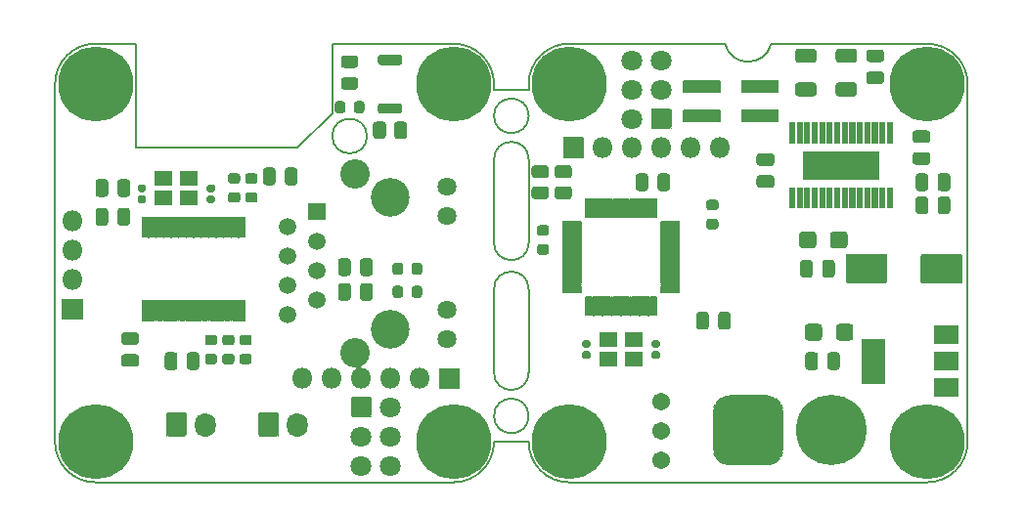
<source format=gbr>
%TF.GenerationSoftware,KiCad,Pcbnew,(5.1.8-0-10_14)*%
%TF.CreationDate,2021-02-08T17:53:51+01:00*%
%TF.ProjectId,ethersweep,65746865-7273-4776-9565-702e6b696361,rev?*%
%TF.SameCoordinates,Original*%
%TF.FileFunction,Soldermask,Top*%
%TF.FilePolarity,Negative*%
%FSLAX46Y46*%
G04 Gerber Fmt 4.6, Leading zero omitted, Abs format (unit mm)*
G04 Created by KiCad (PCBNEW (5.1.8-0-10_14)) date 2021-02-08 17:53:51*
%MOMM*%
%LPD*%
G01*
G04 APERTURE LIST*
%TA.AperFunction,Profile*%
%ADD10C,0.150000*%
%TD*%
%ADD11C,0.010000*%
%ADD12C,1.802000*%
%ADD13C,6.502000*%
%ADD14C,0.902000*%
%ADD15O,1.802000X1.802000*%
%ADD16O,1.802000X2.102000*%
%ADD17C,1.500000*%
%ADD18C,1.632000*%
%ADD19C,2.547000*%
%ADD20C,3.352000*%
%ADD21C,1.542000*%
%ADD22C,6.102000*%
%ADD23C,0.100000*%
G04 APERTURE END LIST*
D10*
X163500000Y-98250000D02*
G75*
G02*
X160500000Y-98250000I-1500000J0D01*
G01*
X160500000Y-91000000D02*
G75*
G02*
X163500000Y-91000000I1500000J0D01*
G01*
X163500000Y-98250000D02*
X163500000Y-91000000D01*
X160500000Y-91000000D02*
X160500000Y-98250000D01*
X160500000Y-102250000D02*
G75*
G02*
X163500000Y-102250000I1500000J0D01*
G01*
X160500000Y-102250000D02*
X160500000Y-109500000D01*
X163500000Y-109500000D02*
X163500000Y-102250000D01*
X163500000Y-109500000D02*
G75*
G02*
X160500000Y-109500000I-1500000J0D01*
G01*
X163500000Y-87250000D02*
G75*
G03*
X163500000Y-87250000I-1500000J0D01*
G01*
X163500000Y-113250000D02*
G75*
G03*
X163500000Y-113250000I-1500000J0D01*
G01*
X160500000Y-84500000D02*
X160500000Y-85000000D01*
X163500000Y-84500000D02*
X163500000Y-85000000D01*
X160500000Y-115500000D02*
X163500000Y-115500000D01*
X163500000Y-85000000D02*
X160500000Y-85000000D01*
X149500000Y-89000000D02*
G75*
G03*
X149500000Y-89000000I-1500000J0D01*
G01*
X129500000Y-90000000D02*
X129500000Y-81000000D01*
X126000000Y-81000000D02*
X129500000Y-81000000D01*
X126000000Y-81000000D02*
G75*
G03*
X122500000Y-84500000I0J-3500000D01*
G01*
X146500000Y-81000000D02*
X157000000Y-81000000D01*
X143500000Y-90000000D02*
X129500000Y-90000000D01*
X146500000Y-87000000D02*
X143500000Y-90000000D01*
X146500000Y-81000000D02*
X146500000Y-87000000D01*
X180500000Y-81000000D02*
X167000000Y-81000000D01*
X184500000Y-81000000D02*
X198000000Y-81000000D01*
X184500000Y-81000000D02*
G75*
G02*
X180500000Y-81000000I-2000000J500000D01*
G01*
X163500000Y-84500000D02*
G75*
G02*
X167000000Y-81000000I3500000J0D01*
G01*
X201500000Y-115500000D02*
G75*
G02*
X198000000Y-119000000I-3500000J0D01*
G01*
X167000000Y-119000000D02*
G75*
G02*
X163500000Y-115500000I0J3500000D01*
G01*
X167000000Y-119000000D02*
X198000000Y-119000000D01*
X198000000Y-81000000D02*
G75*
G02*
X201500000Y-84500000I0J-3500000D01*
G01*
X201500000Y-115500000D02*
X201500000Y-84500000D01*
X122500000Y-115500000D02*
X122500000Y-84500000D01*
X160500000Y-84500000D02*
G75*
G03*
X157000000Y-81000000I-3500000J0D01*
G01*
X157000000Y-119000000D02*
G75*
G03*
X160500000Y-115500000I0J3500000D01*
G01*
X122500000Y-115500000D02*
G75*
G03*
X126000000Y-119000000I3500000J0D01*
G01*
X157000000Y-119000000D02*
X126000000Y-119000000D01*
D11*
G36*
X193730000Y-90300000D02*
G01*
X193730000Y-92700000D01*
X187270000Y-92700000D01*
X187270000Y-90300000D01*
X193730000Y-90300000D01*
G37*
X193730000Y-90300000D02*
X193730000Y-92700000D01*
X187270000Y-92700000D01*
X187270000Y-90300000D01*
X193730000Y-90300000D01*
G36*
X194945000Y-87830000D02*
G01*
X194945000Y-89570000D01*
X194505000Y-89570000D01*
X194505000Y-87830000D01*
X194945000Y-87830000D01*
G37*
X194945000Y-87830000D02*
X194945000Y-89570000D01*
X194505000Y-89570000D01*
X194505000Y-87830000D01*
X194945000Y-87830000D01*
G36*
X194945000Y-93430000D02*
G01*
X194945000Y-95170000D01*
X194505000Y-95170000D01*
X194505000Y-93430000D01*
X194945000Y-93430000D01*
G37*
X194945000Y-93430000D02*
X194945000Y-95170000D01*
X194505000Y-95170000D01*
X194505000Y-93430000D01*
X194945000Y-93430000D01*
G36*
X194295000Y-87830000D02*
G01*
X194295000Y-89570000D01*
X193855000Y-89570000D01*
X193855000Y-87830000D01*
X194295000Y-87830000D01*
G37*
X194295000Y-87830000D02*
X194295000Y-89570000D01*
X193855000Y-89570000D01*
X193855000Y-87830000D01*
X194295000Y-87830000D01*
G36*
X194295000Y-93430000D02*
G01*
X194295000Y-95170000D01*
X193855000Y-95170000D01*
X193855000Y-93430000D01*
X194295000Y-93430000D01*
G37*
X194295000Y-93430000D02*
X194295000Y-95170000D01*
X193855000Y-95170000D01*
X193855000Y-93430000D01*
X194295000Y-93430000D01*
G36*
X193645000Y-87830000D02*
G01*
X193645000Y-89570000D01*
X193205000Y-89570000D01*
X193205000Y-87830000D01*
X193645000Y-87830000D01*
G37*
X193645000Y-87830000D02*
X193645000Y-89570000D01*
X193205000Y-89570000D01*
X193205000Y-87830000D01*
X193645000Y-87830000D01*
G36*
X193645000Y-93430000D02*
G01*
X193645000Y-95170000D01*
X193205000Y-95170000D01*
X193205000Y-93430000D01*
X193645000Y-93430000D01*
G37*
X193645000Y-93430000D02*
X193645000Y-95170000D01*
X193205000Y-95170000D01*
X193205000Y-93430000D01*
X193645000Y-93430000D01*
G36*
X192995000Y-87830000D02*
G01*
X192995000Y-89570000D01*
X192555000Y-89570000D01*
X192555000Y-87830000D01*
X192995000Y-87830000D01*
G37*
X192995000Y-87830000D02*
X192995000Y-89570000D01*
X192555000Y-89570000D01*
X192555000Y-87830000D01*
X192995000Y-87830000D01*
G36*
X192995000Y-93430000D02*
G01*
X192995000Y-95170000D01*
X192555000Y-95170000D01*
X192555000Y-93430000D01*
X192995000Y-93430000D01*
G37*
X192995000Y-93430000D02*
X192995000Y-95170000D01*
X192555000Y-95170000D01*
X192555000Y-93430000D01*
X192995000Y-93430000D01*
G36*
X192345000Y-87830000D02*
G01*
X192345000Y-89570000D01*
X191905000Y-89570000D01*
X191905000Y-87830000D01*
X192345000Y-87830000D01*
G37*
X192345000Y-87830000D02*
X192345000Y-89570000D01*
X191905000Y-89570000D01*
X191905000Y-87830000D01*
X192345000Y-87830000D01*
G36*
X192345000Y-93430000D02*
G01*
X192345000Y-95170000D01*
X191905000Y-95170000D01*
X191905000Y-93430000D01*
X192345000Y-93430000D01*
G37*
X192345000Y-93430000D02*
X192345000Y-95170000D01*
X191905000Y-95170000D01*
X191905000Y-93430000D01*
X192345000Y-93430000D01*
G36*
X191695000Y-87830000D02*
G01*
X191695000Y-89570000D01*
X191255000Y-89570000D01*
X191255000Y-87830000D01*
X191695000Y-87830000D01*
G37*
X191695000Y-87830000D02*
X191695000Y-89570000D01*
X191255000Y-89570000D01*
X191255000Y-87830000D01*
X191695000Y-87830000D01*
G36*
X191695000Y-93430000D02*
G01*
X191695000Y-95170000D01*
X191255000Y-95170000D01*
X191255000Y-93430000D01*
X191695000Y-93430000D01*
G37*
X191695000Y-93430000D02*
X191695000Y-95170000D01*
X191255000Y-95170000D01*
X191255000Y-93430000D01*
X191695000Y-93430000D01*
G36*
X191045000Y-87830000D02*
G01*
X191045000Y-89570000D01*
X190605000Y-89570000D01*
X190605000Y-87830000D01*
X191045000Y-87830000D01*
G37*
X191045000Y-87830000D02*
X191045000Y-89570000D01*
X190605000Y-89570000D01*
X190605000Y-87830000D01*
X191045000Y-87830000D01*
G36*
X191045000Y-93430000D02*
G01*
X191045000Y-95170000D01*
X190605000Y-95170000D01*
X190605000Y-93430000D01*
X191045000Y-93430000D01*
G37*
X191045000Y-93430000D02*
X191045000Y-95170000D01*
X190605000Y-95170000D01*
X190605000Y-93430000D01*
X191045000Y-93430000D01*
G36*
X190395000Y-87830000D02*
G01*
X190395000Y-89570000D01*
X189955000Y-89570000D01*
X189955000Y-87830000D01*
X190395000Y-87830000D01*
G37*
X190395000Y-87830000D02*
X190395000Y-89570000D01*
X189955000Y-89570000D01*
X189955000Y-87830000D01*
X190395000Y-87830000D01*
G36*
X189745000Y-87830000D02*
G01*
X189745000Y-89570000D01*
X189305000Y-89570000D01*
X189305000Y-87830000D01*
X189745000Y-87830000D01*
G37*
X189745000Y-87830000D02*
X189745000Y-89570000D01*
X189305000Y-89570000D01*
X189305000Y-87830000D01*
X189745000Y-87830000D01*
G36*
X189095000Y-87830000D02*
G01*
X189095000Y-89570000D01*
X188655000Y-89570000D01*
X188655000Y-87830000D01*
X189095000Y-87830000D01*
G37*
X189095000Y-87830000D02*
X189095000Y-89570000D01*
X188655000Y-89570000D01*
X188655000Y-87830000D01*
X189095000Y-87830000D01*
G36*
X188445000Y-87830000D02*
G01*
X188445000Y-89570000D01*
X188005000Y-89570000D01*
X188005000Y-87830000D01*
X188445000Y-87830000D01*
G37*
X188445000Y-87830000D02*
X188445000Y-89570000D01*
X188005000Y-89570000D01*
X188005000Y-87830000D01*
X188445000Y-87830000D01*
G36*
X187795000Y-87830000D02*
G01*
X187795000Y-89570000D01*
X187355000Y-89570000D01*
X187355000Y-87830000D01*
X187795000Y-87830000D01*
G37*
X187795000Y-87830000D02*
X187795000Y-89570000D01*
X187355000Y-89570000D01*
X187355000Y-87830000D01*
X187795000Y-87830000D01*
G36*
X187145000Y-87830000D02*
G01*
X187145000Y-89570000D01*
X186705000Y-89570000D01*
X186705000Y-87830000D01*
X187145000Y-87830000D01*
G37*
X187145000Y-87830000D02*
X187145000Y-89570000D01*
X186705000Y-89570000D01*
X186705000Y-87830000D01*
X187145000Y-87830000D01*
G36*
X186495000Y-87830000D02*
G01*
X186495000Y-89570000D01*
X186055000Y-89570000D01*
X186055000Y-87830000D01*
X186495000Y-87830000D01*
G37*
X186495000Y-87830000D02*
X186495000Y-89570000D01*
X186055000Y-89570000D01*
X186055000Y-87830000D01*
X186495000Y-87830000D01*
G36*
X190395000Y-93430000D02*
G01*
X190395000Y-95170000D01*
X189955000Y-95170000D01*
X189955000Y-93430000D01*
X190395000Y-93430000D01*
G37*
X190395000Y-93430000D02*
X190395000Y-95170000D01*
X189955000Y-95170000D01*
X189955000Y-93430000D01*
X190395000Y-93430000D01*
G36*
X189745000Y-93430000D02*
G01*
X189745000Y-95170000D01*
X189305000Y-95170000D01*
X189305000Y-93430000D01*
X189745000Y-93430000D01*
G37*
X189745000Y-93430000D02*
X189745000Y-95170000D01*
X189305000Y-95170000D01*
X189305000Y-93430000D01*
X189745000Y-93430000D01*
G36*
X189095000Y-93430000D02*
G01*
X189095000Y-95170000D01*
X188655000Y-95170000D01*
X188655000Y-93430000D01*
X189095000Y-93430000D01*
G37*
X189095000Y-93430000D02*
X189095000Y-95170000D01*
X188655000Y-95170000D01*
X188655000Y-93430000D01*
X189095000Y-93430000D01*
G36*
X188445000Y-93430000D02*
G01*
X188445000Y-95170000D01*
X188005000Y-95170000D01*
X188005000Y-93430000D01*
X188445000Y-93430000D01*
G37*
X188445000Y-93430000D02*
X188445000Y-95170000D01*
X188005000Y-95170000D01*
X188005000Y-93430000D01*
X188445000Y-93430000D01*
G36*
X187795000Y-93430000D02*
G01*
X187795000Y-95170000D01*
X187355000Y-95170000D01*
X187355000Y-93430000D01*
X187795000Y-93430000D01*
G37*
X187795000Y-93430000D02*
X187795000Y-95170000D01*
X187355000Y-95170000D01*
X187355000Y-93430000D01*
X187795000Y-93430000D01*
G36*
X187145000Y-93430000D02*
G01*
X187145000Y-95170000D01*
X186705000Y-95170000D01*
X186705000Y-93430000D01*
X187145000Y-93430000D01*
G37*
X187145000Y-93430000D02*
X187145000Y-95170000D01*
X186705000Y-95170000D01*
X186705000Y-93430000D01*
X187145000Y-93430000D01*
G36*
X186495000Y-93430000D02*
G01*
X186495000Y-95170000D01*
X186055000Y-95170000D01*
X186055000Y-93430000D01*
X186495000Y-93430000D01*
G37*
X186495000Y-93430000D02*
X186495000Y-95170000D01*
X186055000Y-95170000D01*
X186055000Y-93430000D01*
X186495000Y-93430000D01*
D10*
X163500000Y-98250000D02*
G75*
G02*
X160500000Y-98250000I-1500000J0D01*
G01*
X160500000Y-91000000D02*
G75*
G02*
X163500000Y-91000000I1500000J0D01*
G01*
X163500000Y-98250000D02*
X163500000Y-91000000D01*
X160500000Y-91000000D02*
X160500000Y-98250000D01*
X160500000Y-102250000D02*
G75*
G02*
X163500000Y-102250000I1500000J0D01*
G01*
X160500000Y-102250000D02*
X160500000Y-109500000D01*
X163500000Y-109500000D02*
X163500000Y-102250000D01*
X163500000Y-109500000D02*
G75*
G02*
X160500000Y-109500000I-1500000J0D01*
G01*
X163500000Y-87250000D02*
G75*
G03*
X163500000Y-87250000I-1500000J0D01*
G01*
X163500000Y-113250000D02*
G75*
G03*
X163500000Y-113250000I-1500000J0D01*
G01*
X160500000Y-84500000D02*
X160500000Y-85000000D01*
X163500000Y-84500000D02*
X163500000Y-85000000D01*
X160500000Y-115500000D02*
X163500000Y-115500000D01*
X163500000Y-85000000D02*
X160500000Y-85000000D01*
X149500000Y-89000000D02*
G75*
G03*
X149500000Y-89000000I-1500000J0D01*
G01*
X129500000Y-90000000D02*
X129500000Y-81000000D01*
X126000000Y-81000000D02*
X129500000Y-81000000D01*
X126000000Y-81000000D02*
G75*
G03*
X122500000Y-84500000I0J-3500000D01*
G01*
X146500000Y-81000000D02*
X157000000Y-81000000D01*
X143500000Y-90000000D02*
X129500000Y-90000000D01*
X146500000Y-87000000D02*
X143500000Y-90000000D01*
X146500000Y-81000000D02*
X146500000Y-87000000D01*
X180500000Y-81000000D02*
X167000000Y-81000000D01*
X184500000Y-81000000D02*
X198000000Y-81000000D01*
X184500000Y-81000000D02*
G75*
G02*
X180500000Y-81000000I-2000000J500000D01*
G01*
X163500000Y-84500000D02*
G75*
G02*
X167000000Y-81000000I3500000J0D01*
G01*
X201500000Y-115500000D02*
G75*
G02*
X198000000Y-119000000I-3500000J0D01*
G01*
X167000000Y-119000000D02*
G75*
G02*
X163500000Y-115500000I0J3500000D01*
G01*
X167000000Y-119000000D02*
X198000000Y-119000000D01*
X198000000Y-81000000D02*
G75*
G02*
X201500000Y-84500000I0J-3500000D01*
G01*
X201500000Y-115500000D02*
X201500000Y-84500000D01*
X122500000Y-115500000D02*
X122500000Y-84500000D01*
X160500000Y-84500000D02*
G75*
G03*
X157000000Y-81000000I-3500000J0D01*
G01*
X157000000Y-119000000D02*
G75*
G03*
X160500000Y-115500000I0J3500000D01*
G01*
X122500000Y-115500000D02*
G75*
G03*
X126000000Y-119000000I3500000J0D01*
G01*
X157000000Y-119000000D02*
X126000000Y-119000000D01*
D11*
G36*
X193730000Y-90300000D02*
G01*
X193730000Y-92700000D01*
X187270000Y-92700000D01*
X187270000Y-90300000D01*
X193730000Y-90300000D01*
G37*
X193730000Y-90300000D02*
X193730000Y-92700000D01*
X187270000Y-92700000D01*
X187270000Y-90300000D01*
X193730000Y-90300000D01*
G36*
X194945000Y-87830000D02*
G01*
X194945000Y-89570000D01*
X194505000Y-89570000D01*
X194505000Y-87830000D01*
X194945000Y-87830000D01*
G37*
X194945000Y-87830000D02*
X194945000Y-89570000D01*
X194505000Y-89570000D01*
X194505000Y-87830000D01*
X194945000Y-87830000D01*
G36*
X194945000Y-93430000D02*
G01*
X194945000Y-95170000D01*
X194505000Y-95170000D01*
X194505000Y-93430000D01*
X194945000Y-93430000D01*
G37*
X194945000Y-93430000D02*
X194945000Y-95170000D01*
X194505000Y-95170000D01*
X194505000Y-93430000D01*
X194945000Y-93430000D01*
G36*
X194295000Y-87830000D02*
G01*
X194295000Y-89570000D01*
X193855000Y-89570000D01*
X193855000Y-87830000D01*
X194295000Y-87830000D01*
G37*
X194295000Y-87830000D02*
X194295000Y-89570000D01*
X193855000Y-89570000D01*
X193855000Y-87830000D01*
X194295000Y-87830000D01*
G36*
X194295000Y-93430000D02*
G01*
X194295000Y-95170000D01*
X193855000Y-95170000D01*
X193855000Y-93430000D01*
X194295000Y-93430000D01*
G37*
X194295000Y-93430000D02*
X194295000Y-95170000D01*
X193855000Y-95170000D01*
X193855000Y-93430000D01*
X194295000Y-93430000D01*
G36*
X193645000Y-87830000D02*
G01*
X193645000Y-89570000D01*
X193205000Y-89570000D01*
X193205000Y-87830000D01*
X193645000Y-87830000D01*
G37*
X193645000Y-87830000D02*
X193645000Y-89570000D01*
X193205000Y-89570000D01*
X193205000Y-87830000D01*
X193645000Y-87830000D01*
G36*
X193645000Y-93430000D02*
G01*
X193645000Y-95170000D01*
X193205000Y-95170000D01*
X193205000Y-93430000D01*
X193645000Y-93430000D01*
G37*
X193645000Y-93430000D02*
X193645000Y-95170000D01*
X193205000Y-95170000D01*
X193205000Y-93430000D01*
X193645000Y-93430000D01*
G36*
X192995000Y-87830000D02*
G01*
X192995000Y-89570000D01*
X192555000Y-89570000D01*
X192555000Y-87830000D01*
X192995000Y-87830000D01*
G37*
X192995000Y-87830000D02*
X192995000Y-89570000D01*
X192555000Y-89570000D01*
X192555000Y-87830000D01*
X192995000Y-87830000D01*
G36*
X192995000Y-93430000D02*
G01*
X192995000Y-95170000D01*
X192555000Y-95170000D01*
X192555000Y-93430000D01*
X192995000Y-93430000D01*
G37*
X192995000Y-93430000D02*
X192995000Y-95170000D01*
X192555000Y-95170000D01*
X192555000Y-93430000D01*
X192995000Y-93430000D01*
G36*
X192345000Y-87830000D02*
G01*
X192345000Y-89570000D01*
X191905000Y-89570000D01*
X191905000Y-87830000D01*
X192345000Y-87830000D01*
G37*
X192345000Y-87830000D02*
X192345000Y-89570000D01*
X191905000Y-89570000D01*
X191905000Y-87830000D01*
X192345000Y-87830000D01*
G36*
X192345000Y-93430000D02*
G01*
X192345000Y-95170000D01*
X191905000Y-95170000D01*
X191905000Y-93430000D01*
X192345000Y-93430000D01*
G37*
X192345000Y-93430000D02*
X192345000Y-95170000D01*
X191905000Y-95170000D01*
X191905000Y-93430000D01*
X192345000Y-93430000D01*
G36*
X191695000Y-87830000D02*
G01*
X191695000Y-89570000D01*
X191255000Y-89570000D01*
X191255000Y-87830000D01*
X191695000Y-87830000D01*
G37*
X191695000Y-87830000D02*
X191695000Y-89570000D01*
X191255000Y-89570000D01*
X191255000Y-87830000D01*
X191695000Y-87830000D01*
G36*
X191695000Y-93430000D02*
G01*
X191695000Y-95170000D01*
X191255000Y-95170000D01*
X191255000Y-93430000D01*
X191695000Y-93430000D01*
G37*
X191695000Y-93430000D02*
X191695000Y-95170000D01*
X191255000Y-95170000D01*
X191255000Y-93430000D01*
X191695000Y-93430000D01*
G36*
X191045000Y-87830000D02*
G01*
X191045000Y-89570000D01*
X190605000Y-89570000D01*
X190605000Y-87830000D01*
X191045000Y-87830000D01*
G37*
X191045000Y-87830000D02*
X191045000Y-89570000D01*
X190605000Y-89570000D01*
X190605000Y-87830000D01*
X191045000Y-87830000D01*
G36*
X191045000Y-93430000D02*
G01*
X191045000Y-95170000D01*
X190605000Y-95170000D01*
X190605000Y-93430000D01*
X191045000Y-93430000D01*
G37*
X191045000Y-93430000D02*
X191045000Y-95170000D01*
X190605000Y-95170000D01*
X190605000Y-93430000D01*
X191045000Y-93430000D01*
G36*
X190395000Y-87830000D02*
G01*
X190395000Y-89570000D01*
X189955000Y-89570000D01*
X189955000Y-87830000D01*
X190395000Y-87830000D01*
G37*
X190395000Y-87830000D02*
X190395000Y-89570000D01*
X189955000Y-89570000D01*
X189955000Y-87830000D01*
X190395000Y-87830000D01*
G36*
X189745000Y-87830000D02*
G01*
X189745000Y-89570000D01*
X189305000Y-89570000D01*
X189305000Y-87830000D01*
X189745000Y-87830000D01*
G37*
X189745000Y-87830000D02*
X189745000Y-89570000D01*
X189305000Y-89570000D01*
X189305000Y-87830000D01*
X189745000Y-87830000D01*
G36*
X189095000Y-87830000D02*
G01*
X189095000Y-89570000D01*
X188655000Y-89570000D01*
X188655000Y-87830000D01*
X189095000Y-87830000D01*
G37*
X189095000Y-87830000D02*
X189095000Y-89570000D01*
X188655000Y-89570000D01*
X188655000Y-87830000D01*
X189095000Y-87830000D01*
G36*
X188445000Y-87830000D02*
G01*
X188445000Y-89570000D01*
X188005000Y-89570000D01*
X188005000Y-87830000D01*
X188445000Y-87830000D01*
G37*
X188445000Y-87830000D02*
X188445000Y-89570000D01*
X188005000Y-89570000D01*
X188005000Y-87830000D01*
X188445000Y-87830000D01*
G36*
X187795000Y-87830000D02*
G01*
X187795000Y-89570000D01*
X187355000Y-89570000D01*
X187355000Y-87830000D01*
X187795000Y-87830000D01*
G37*
X187795000Y-87830000D02*
X187795000Y-89570000D01*
X187355000Y-89570000D01*
X187355000Y-87830000D01*
X187795000Y-87830000D01*
G36*
X187145000Y-87830000D02*
G01*
X187145000Y-89570000D01*
X186705000Y-89570000D01*
X186705000Y-87830000D01*
X187145000Y-87830000D01*
G37*
X187145000Y-87830000D02*
X187145000Y-89570000D01*
X186705000Y-89570000D01*
X186705000Y-87830000D01*
X187145000Y-87830000D01*
G36*
X186495000Y-87830000D02*
G01*
X186495000Y-89570000D01*
X186055000Y-89570000D01*
X186055000Y-87830000D01*
X186495000Y-87830000D01*
G37*
X186495000Y-87830000D02*
X186495000Y-89570000D01*
X186055000Y-89570000D01*
X186055000Y-87830000D01*
X186495000Y-87830000D01*
G36*
X190395000Y-93430000D02*
G01*
X190395000Y-95170000D01*
X189955000Y-95170000D01*
X189955000Y-93430000D01*
X190395000Y-93430000D01*
G37*
X190395000Y-93430000D02*
X190395000Y-95170000D01*
X189955000Y-95170000D01*
X189955000Y-93430000D01*
X190395000Y-93430000D01*
G36*
X189745000Y-93430000D02*
G01*
X189745000Y-95170000D01*
X189305000Y-95170000D01*
X189305000Y-93430000D01*
X189745000Y-93430000D01*
G37*
X189745000Y-93430000D02*
X189745000Y-95170000D01*
X189305000Y-95170000D01*
X189305000Y-93430000D01*
X189745000Y-93430000D01*
G36*
X189095000Y-93430000D02*
G01*
X189095000Y-95170000D01*
X188655000Y-95170000D01*
X188655000Y-93430000D01*
X189095000Y-93430000D01*
G37*
X189095000Y-93430000D02*
X189095000Y-95170000D01*
X188655000Y-95170000D01*
X188655000Y-93430000D01*
X189095000Y-93430000D01*
G36*
X188445000Y-93430000D02*
G01*
X188445000Y-95170000D01*
X188005000Y-95170000D01*
X188005000Y-93430000D01*
X188445000Y-93430000D01*
G37*
X188445000Y-93430000D02*
X188445000Y-95170000D01*
X188005000Y-95170000D01*
X188005000Y-93430000D01*
X188445000Y-93430000D01*
G36*
X187795000Y-93430000D02*
G01*
X187795000Y-95170000D01*
X187355000Y-95170000D01*
X187355000Y-93430000D01*
X187795000Y-93430000D01*
G37*
X187795000Y-93430000D02*
X187795000Y-95170000D01*
X187355000Y-95170000D01*
X187355000Y-93430000D01*
X187795000Y-93430000D01*
G36*
X187145000Y-93430000D02*
G01*
X187145000Y-95170000D01*
X186705000Y-95170000D01*
X186705000Y-93430000D01*
X187145000Y-93430000D01*
G37*
X187145000Y-93430000D02*
X187145000Y-95170000D01*
X186705000Y-95170000D01*
X186705000Y-93430000D01*
X187145000Y-93430000D01*
G36*
X186495000Y-93430000D02*
G01*
X186495000Y-95170000D01*
X186055000Y-95170000D01*
X186055000Y-93430000D01*
X186495000Y-93430000D01*
G37*
X186495000Y-93430000D02*
X186495000Y-95170000D01*
X186055000Y-95170000D01*
X186055000Y-93430000D01*
X186495000Y-93430000D01*
G36*
G01*
X148099000Y-113136000D02*
X148099000Y-111864000D01*
G75*
G02*
X148364000Y-111599000I265000J0D01*
G01*
X149636000Y-111599000D01*
G75*
G02*
X149901000Y-111864000I0J-265000D01*
G01*
X149901000Y-113136000D01*
G75*
G02*
X149636000Y-113401000I-265000J0D01*
G01*
X148364000Y-113401000D01*
G75*
G02*
X148099000Y-113136000I0J265000D01*
G01*
G37*
D12*
X149000000Y-115040000D03*
X149000000Y-117580000D03*
X151540000Y-112500000D03*
X151540000Y-115040000D03*
X151540000Y-117580000D03*
G36*
G01*
X175901000Y-86864000D02*
X175901000Y-88136000D01*
G75*
G02*
X175636000Y-88401000I-265000J0D01*
G01*
X174364000Y-88401000D01*
G75*
G02*
X174099000Y-88136000I0J265000D01*
G01*
X174099000Y-86864000D01*
G75*
G02*
X174364000Y-86599000I265000J0D01*
G01*
X175636000Y-86599000D01*
G75*
G02*
X175901000Y-86864000I0J-265000D01*
G01*
G37*
X175000000Y-84960000D03*
X175000000Y-82420000D03*
X172460000Y-87500000D03*
X172460000Y-84960000D03*
X172460000Y-82420000D03*
G36*
G01*
X166976124Y-92651000D02*
X166023876Y-92651000D01*
G75*
G02*
X165749000Y-92376124I0J274876D01*
G01*
X165749000Y-91798876D01*
G75*
G02*
X166023876Y-91524000I274876J0D01*
G01*
X166976124Y-91524000D01*
G75*
G02*
X167251000Y-91798876I0J-274876D01*
G01*
X167251000Y-92376124D01*
G75*
G02*
X166976124Y-92651000I-274876J0D01*
G01*
G37*
G36*
G01*
X166976124Y-94476000D02*
X166023876Y-94476000D01*
G75*
G02*
X165749000Y-94201124I0J274876D01*
G01*
X165749000Y-93623876D01*
G75*
G02*
X166023876Y-93349000I274876J0D01*
G01*
X166976124Y-93349000D01*
G75*
G02*
X167251000Y-93623876I0J-274876D01*
G01*
X167251000Y-94201124D01*
G75*
G02*
X166976124Y-94476000I-274876J0D01*
G01*
G37*
D13*
X167000000Y-115500000D03*
D14*
X169400000Y-115500000D03*
X168697056Y-117197056D03*
X167000000Y-117900000D03*
X165302944Y-117197056D03*
X164600000Y-115500000D03*
X165302944Y-113802944D03*
X167000000Y-113100000D03*
X168697056Y-113802944D03*
X199697056Y-113777945D03*
X198000000Y-113075001D03*
X196302944Y-113777945D03*
X195600000Y-115475001D03*
X196302944Y-117172057D03*
X198000000Y-117875001D03*
X199697056Y-117172057D03*
X200400000Y-115475001D03*
D13*
X198000000Y-115475001D03*
X198000000Y-84500000D03*
D14*
X200400000Y-84500000D03*
X199697056Y-86197056D03*
X198000000Y-86900000D03*
X196302944Y-86197056D03*
X195600000Y-84500000D03*
X196302944Y-82802944D03*
X198000000Y-82100000D03*
X199697056Y-82802944D03*
X168697056Y-82802944D03*
X167000000Y-82100000D03*
X165302944Y-82802944D03*
X164600000Y-84500000D03*
X165302944Y-86197056D03*
X167000000Y-86900000D03*
X168697056Y-86197056D03*
X169400000Y-84500000D03*
D13*
X167000000Y-84500000D03*
G36*
G01*
X174649000Y-93500500D02*
X174649000Y-92499500D01*
G75*
G02*
X174924500Y-92224000I275500J0D01*
G01*
X175475500Y-92224000D01*
G75*
G02*
X175751000Y-92499500I0J-275500D01*
G01*
X175751000Y-93500500D01*
G75*
G02*
X175475500Y-93776000I-275500J0D01*
G01*
X174924500Y-93776000D01*
G75*
G02*
X174649000Y-93500500I0J275500D01*
G01*
G37*
G36*
G01*
X172749000Y-93500500D02*
X172749000Y-92499500D01*
G75*
G02*
X173024500Y-92224000I275500J0D01*
G01*
X173575500Y-92224000D01*
G75*
G02*
X173851000Y-92499500I0J-275500D01*
G01*
X173851000Y-93500500D01*
G75*
G02*
X173575500Y-93776000I-275500J0D01*
G01*
X173024500Y-93776000D01*
G75*
G02*
X172749000Y-93500500I0J275500D01*
G01*
G37*
G36*
G01*
X188401000Y-97542887D02*
X188401000Y-98457113D01*
G75*
G02*
X188132113Y-98726000I-268887J0D01*
G01*
X187167887Y-98726000D01*
G75*
G02*
X186899000Y-98457113I0J268887D01*
G01*
X186899000Y-97542887D01*
G75*
G02*
X187167887Y-97274000I268887J0D01*
G01*
X188132113Y-97274000D01*
G75*
G02*
X188401000Y-97542887I0J-268887D01*
G01*
G37*
G36*
G01*
X191101000Y-97542887D02*
X191101000Y-98457113D01*
G75*
G02*
X190832113Y-98726000I-268887J0D01*
G01*
X189867887Y-98726000D01*
G75*
G02*
X189599000Y-98457113I0J268887D01*
G01*
X189599000Y-97542887D01*
G75*
G02*
X189867887Y-97274000I268887J0D01*
G01*
X190832113Y-97274000D01*
G75*
G02*
X191101000Y-97542887I0J-268887D01*
G01*
G37*
G36*
G01*
X129001000Y-92999500D02*
X129001000Y-94000500D01*
G75*
G02*
X128725500Y-94276000I-275500J0D01*
G01*
X128174500Y-94276000D01*
G75*
G02*
X127899000Y-94000500I0J275500D01*
G01*
X127899000Y-92999500D01*
G75*
G02*
X128174500Y-92724000I275500J0D01*
G01*
X128725500Y-92724000D01*
G75*
G02*
X129001000Y-92999500I0J-275500D01*
G01*
G37*
G36*
G01*
X127101000Y-92999500D02*
X127101000Y-94000500D01*
G75*
G02*
X126825500Y-94276000I-275500J0D01*
G01*
X126274500Y-94276000D01*
G75*
G02*
X125999000Y-94000500I0J275500D01*
G01*
X125999000Y-92999500D01*
G75*
G02*
X126274500Y-92724000I275500J0D01*
G01*
X126825500Y-92724000D01*
G75*
G02*
X127101000Y-92999500I0J-275500D01*
G01*
G37*
G36*
G01*
X136195500Y-94811000D02*
X135804500Y-94811000D01*
G75*
G02*
X135639000Y-94645500I0J165500D01*
G01*
X135639000Y-94314500D01*
G75*
G02*
X135804500Y-94149000I165500J0D01*
G01*
X136195500Y-94149000D01*
G75*
G02*
X136361000Y-94314500I0J-165500D01*
G01*
X136361000Y-94645500D01*
G75*
G02*
X136195500Y-94811000I-165500J0D01*
G01*
G37*
G36*
G01*
X136195500Y-93851000D02*
X135804500Y-93851000D01*
G75*
G02*
X135639000Y-93685500I0J165500D01*
G01*
X135639000Y-93354500D01*
G75*
G02*
X135804500Y-93189000I165500J0D01*
G01*
X136195500Y-93189000D01*
G75*
G02*
X136361000Y-93354500I0J-165500D01*
G01*
X136361000Y-93685500D01*
G75*
G02*
X136195500Y-93851000I-165500J0D01*
G01*
G37*
G36*
G01*
X130195500Y-93851000D02*
X129804500Y-93851000D01*
G75*
G02*
X129639000Y-93685500I0J165500D01*
G01*
X129639000Y-93354500D01*
G75*
G02*
X129804500Y-93189000I165500J0D01*
G01*
X130195500Y-93189000D01*
G75*
G02*
X130361000Y-93354500I0J-165500D01*
G01*
X130361000Y-93685500D01*
G75*
G02*
X130195500Y-93851000I-165500J0D01*
G01*
G37*
G36*
G01*
X130195500Y-94811000D02*
X129804500Y-94811000D01*
G75*
G02*
X129639000Y-94645500I0J165500D01*
G01*
X129639000Y-94314500D01*
G75*
G02*
X129804500Y-94149000I165500J0D01*
G01*
X130195500Y-94149000D01*
G75*
G02*
X130361000Y-94314500I0J-165500D01*
G01*
X130361000Y-94645500D01*
G75*
G02*
X130195500Y-94811000I-165500J0D01*
G01*
G37*
G36*
G01*
X190001000Y-99999500D02*
X190001000Y-101000500D01*
G75*
G02*
X189725500Y-101276000I-275500J0D01*
G01*
X189174500Y-101276000D01*
G75*
G02*
X188899000Y-101000500I0J275500D01*
G01*
X188899000Y-99999500D01*
G75*
G02*
X189174500Y-99724000I275500J0D01*
G01*
X189725500Y-99724000D01*
G75*
G02*
X190001000Y-99999500I0J-275500D01*
G01*
G37*
G36*
G01*
X188101000Y-99999500D02*
X188101000Y-101000500D01*
G75*
G02*
X187825500Y-101276000I-275500J0D01*
G01*
X187274500Y-101276000D01*
G75*
G02*
X186999000Y-101000500I0J275500D01*
G01*
X186999000Y-99999500D01*
G75*
G02*
X187274500Y-99724000I275500J0D01*
G01*
X187825500Y-99724000D01*
G75*
G02*
X188101000Y-99999500I0J-275500D01*
G01*
G37*
G36*
G01*
X127101000Y-95499500D02*
X127101000Y-96500500D01*
G75*
G02*
X126825500Y-96776000I-275500J0D01*
G01*
X126274500Y-96776000D01*
G75*
G02*
X125999000Y-96500500I0J275500D01*
G01*
X125999000Y-95499500D01*
G75*
G02*
X126274500Y-95224000I275500J0D01*
G01*
X126825500Y-95224000D01*
G75*
G02*
X127101000Y-95499500I0J-275500D01*
G01*
G37*
G36*
G01*
X129001000Y-95499500D02*
X129001000Y-96500500D01*
G75*
G02*
X128725500Y-96776000I-275500J0D01*
G01*
X128174500Y-96776000D01*
G75*
G02*
X127899000Y-96500500I0J275500D01*
G01*
X127899000Y-95499500D01*
G75*
G02*
X128174500Y-95224000I275500J0D01*
G01*
X128725500Y-95224000D01*
G75*
G02*
X129001000Y-95499500I0J-275500D01*
G01*
G37*
G36*
G01*
X168695500Y-107351000D02*
X168304500Y-107351000D01*
G75*
G02*
X168139000Y-107185500I0J165500D01*
G01*
X168139000Y-106854500D01*
G75*
G02*
X168304500Y-106689000I165500J0D01*
G01*
X168695500Y-106689000D01*
G75*
G02*
X168861000Y-106854500I0J-165500D01*
G01*
X168861000Y-107185500D01*
G75*
G02*
X168695500Y-107351000I-165500J0D01*
G01*
G37*
G36*
G01*
X168695500Y-108311000D02*
X168304500Y-108311000D01*
G75*
G02*
X168139000Y-108145500I0J165500D01*
G01*
X168139000Y-107814500D01*
G75*
G02*
X168304500Y-107649000I165500J0D01*
G01*
X168695500Y-107649000D01*
G75*
G02*
X168861000Y-107814500I0J-165500D01*
G01*
X168861000Y-108145500D01*
G75*
G02*
X168695500Y-108311000I-165500J0D01*
G01*
G37*
G36*
G01*
X188551000Y-107999500D02*
X188551000Y-109000500D01*
G75*
G02*
X188275500Y-109276000I-275500J0D01*
G01*
X187724500Y-109276000D01*
G75*
G02*
X187449000Y-109000500I0J275500D01*
G01*
X187449000Y-107999500D01*
G75*
G02*
X187724500Y-107724000I275500J0D01*
G01*
X188275500Y-107724000D01*
G75*
G02*
X188551000Y-107999500I0J-275500D01*
G01*
G37*
G36*
G01*
X190451000Y-107999500D02*
X190451000Y-109000500D01*
G75*
G02*
X190175500Y-109276000I-275500J0D01*
G01*
X189624500Y-109276000D01*
G75*
G02*
X189349000Y-109000500I0J275500D01*
G01*
X189349000Y-107999500D01*
G75*
G02*
X189624500Y-107724000I275500J0D01*
G01*
X190175500Y-107724000D01*
G75*
G02*
X190451000Y-107999500I0J-275500D01*
G01*
G37*
G36*
G01*
X174695500Y-108311000D02*
X174304500Y-108311000D01*
G75*
G02*
X174139000Y-108145500I0J165500D01*
G01*
X174139000Y-107814500D01*
G75*
G02*
X174304500Y-107649000I165500J0D01*
G01*
X174695500Y-107649000D01*
G75*
G02*
X174861000Y-107814500I0J-165500D01*
G01*
X174861000Y-108145500D01*
G75*
G02*
X174695500Y-108311000I-165500J0D01*
G01*
G37*
G36*
G01*
X174695500Y-107351000D02*
X174304500Y-107351000D01*
G75*
G02*
X174139000Y-107185500I0J165500D01*
G01*
X174139000Y-106854500D01*
G75*
G02*
X174304500Y-106689000I165500J0D01*
G01*
X174695500Y-106689000D01*
G75*
G02*
X174861000Y-106854500I0J-165500D01*
G01*
X174861000Y-107185500D01*
G75*
G02*
X174695500Y-107351000I-165500J0D01*
G01*
G37*
G36*
G01*
X191601000Y-105542887D02*
X191601000Y-106457113D01*
G75*
G02*
X191332113Y-106726000I-268887J0D01*
G01*
X190367887Y-106726000D01*
G75*
G02*
X190099000Y-106457113I0J268887D01*
G01*
X190099000Y-105542887D01*
G75*
G02*
X190367887Y-105274000I268887J0D01*
G01*
X191332113Y-105274000D01*
G75*
G02*
X191601000Y-105542887I0J-268887D01*
G01*
G37*
G36*
G01*
X188901000Y-105542887D02*
X188901000Y-106457113D01*
G75*
G02*
X188632113Y-106726000I-268887J0D01*
G01*
X187667887Y-106726000D01*
G75*
G02*
X187399000Y-106457113I0J268887D01*
G01*
X187399000Y-105542887D01*
G75*
G02*
X187667887Y-105274000I268887J0D01*
G01*
X188632113Y-105274000D01*
G75*
G02*
X188901000Y-105542887I0J-268887D01*
G01*
G37*
G36*
G01*
X177999000Y-105500500D02*
X177999000Y-104499500D01*
G75*
G02*
X178274500Y-104224000I275500J0D01*
G01*
X178825500Y-104224000D01*
G75*
G02*
X179101000Y-104499500I0J-275500D01*
G01*
X179101000Y-105500500D01*
G75*
G02*
X178825500Y-105776000I-275500J0D01*
G01*
X178274500Y-105776000D01*
G75*
G02*
X177999000Y-105500500I0J275500D01*
G01*
G37*
G36*
G01*
X179899000Y-105500500D02*
X179899000Y-104499500D01*
G75*
G02*
X180174500Y-104224000I275500J0D01*
G01*
X180725500Y-104224000D01*
G75*
G02*
X181001000Y-104499500I0J-275500D01*
G01*
X181001000Y-105500500D01*
G75*
G02*
X180725500Y-105776000I-275500J0D01*
G01*
X180174500Y-105776000D01*
G75*
G02*
X179899000Y-105500500I0J275500D01*
G01*
G37*
G36*
G01*
X128499500Y-107899000D02*
X129500500Y-107899000D01*
G75*
G02*
X129776000Y-108174500I0J-275500D01*
G01*
X129776000Y-108725500D01*
G75*
G02*
X129500500Y-109001000I-275500J0D01*
G01*
X128499500Y-109001000D01*
G75*
G02*
X128224000Y-108725500I0J275500D01*
G01*
X128224000Y-108174500D01*
G75*
G02*
X128499500Y-107899000I275500J0D01*
G01*
G37*
G36*
G01*
X128499500Y-105999000D02*
X129500500Y-105999000D01*
G75*
G02*
X129776000Y-106274500I0J-275500D01*
G01*
X129776000Y-106825500D01*
G75*
G02*
X129500500Y-107101000I-275500J0D01*
G01*
X128499500Y-107101000D01*
G75*
G02*
X128224000Y-106825500I0J275500D01*
G01*
X128224000Y-106274500D01*
G75*
G02*
X128499500Y-105999000I275500J0D01*
G01*
G37*
G36*
G01*
X142399000Y-93000500D02*
X142399000Y-91999500D01*
G75*
G02*
X142674500Y-91724000I275500J0D01*
G01*
X143225500Y-91724000D01*
G75*
G02*
X143501000Y-91999500I0J-275500D01*
G01*
X143501000Y-93000500D01*
G75*
G02*
X143225500Y-93276000I-275500J0D01*
G01*
X142674500Y-93276000D01*
G75*
G02*
X142399000Y-93000500I0J275500D01*
G01*
G37*
G36*
G01*
X140499000Y-93000500D02*
X140499000Y-91999500D01*
G75*
G02*
X140774500Y-91724000I275500J0D01*
G01*
X141325500Y-91724000D01*
G75*
G02*
X141601000Y-91999500I0J-275500D01*
G01*
X141601000Y-93000500D01*
G75*
G02*
X141325500Y-93276000I-275500J0D01*
G01*
X140774500Y-93276000D01*
G75*
G02*
X140499000Y-93000500I0J275500D01*
G01*
G37*
G36*
G01*
X135001000Y-107999500D02*
X135001000Y-109000500D01*
G75*
G02*
X134725500Y-109276000I-275500J0D01*
G01*
X134174500Y-109276000D01*
G75*
G02*
X133899000Y-109000500I0J275500D01*
G01*
X133899000Y-107999500D01*
G75*
G02*
X134174500Y-107724000I275500J0D01*
G01*
X134725500Y-107724000D01*
G75*
G02*
X135001000Y-107999500I0J-275500D01*
G01*
G37*
G36*
G01*
X133101000Y-107999500D02*
X133101000Y-109000500D01*
G75*
G02*
X132825500Y-109276000I-275500J0D01*
G01*
X132274500Y-109276000D01*
G75*
G02*
X131999000Y-109000500I0J275500D01*
G01*
X131999000Y-107999500D01*
G75*
G02*
X132274500Y-107724000I275500J0D01*
G01*
X132825500Y-107724000D01*
G75*
G02*
X133101000Y-107999500I0J-275500D01*
G01*
G37*
G36*
G01*
X148899000Y-103000500D02*
X148899000Y-101999500D01*
G75*
G02*
X149174500Y-101724000I275500J0D01*
G01*
X149725500Y-101724000D01*
G75*
G02*
X150001000Y-101999500I0J-275500D01*
G01*
X150001000Y-103000500D01*
G75*
G02*
X149725500Y-103276000I-275500J0D01*
G01*
X149174500Y-103276000D01*
G75*
G02*
X148899000Y-103000500I0J275500D01*
G01*
G37*
G36*
G01*
X146999000Y-103000500D02*
X146999000Y-101999500D01*
G75*
G02*
X147274500Y-101724000I275500J0D01*
G01*
X147825500Y-101724000D01*
G75*
G02*
X148101000Y-101999500I0J-275500D01*
G01*
X148101000Y-103000500D01*
G75*
G02*
X147825500Y-103276000I-275500J0D01*
G01*
X147274500Y-103276000D01*
G75*
G02*
X146999000Y-103000500I0J275500D01*
G01*
G37*
G36*
G01*
X146999000Y-100855501D02*
X146999000Y-99854501D01*
G75*
G02*
X147274500Y-99579001I275500J0D01*
G01*
X147825500Y-99579001D01*
G75*
G02*
X148101000Y-99854501I0J-275500D01*
G01*
X148101000Y-100855501D01*
G75*
G02*
X147825500Y-101131001I-275500J0D01*
G01*
X147274500Y-101131001D01*
G75*
G02*
X146999000Y-100855501I0J275500D01*
G01*
G37*
G36*
G01*
X148899000Y-100855501D02*
X148899000Y-99854501D01*
G75*
G02*
X149174500Y-99579001I275500J0D01*
G01*
X149725500Y-99579001D01*
G75*
G02*
X150001000Y-99854501I0J-275500D01*
G01*
X150001000Y-100855501D01*
G75*
G02*
X149725500Y-101131001I-275500J0D01*
G01*
X149174500Y-101131001D01*
G75*
G02*
X148899000Y-100855501I0J275500D01*
G01*
G37*
G36*
G01*
X198000500Y-91501000D02*
X196999500Y-91501000D01*
G75*
G02*
X196724000Y-91225500I0J275500D01*
G01*
X196724000Y-90674500D01*
G75*
G02*
X196999500Y-90399000I275500J0D01*
G01*
X198000500Y-90399000D01*
G75*
G02*
X198276000Y-90674500I0J-275500D01*
G01*
X198276000Y-91225500D01*
G75*
G02*
X198000500Y-91501000I-275500J0D01*
G01*
G37*
G36*
G01*
X198000500Y-89601000D02*
X196999500Y-89601000D01*
G75*
G02*
X196724000Y-89325500I0J275500D01*
G01*
X196724000Y-88774500D01*
G75*
G02*
X196999500Y-88499000I275500J0D01*
G01*
X198000500Y-88499000D01*
G75*
G02*
X198276000Y-88774500I0J-275500D01*
G01*
X198276000Y-89325500D01*
G75*
G02*
X198000500Y-89601000I-275500J0D01*
G01*
G37*
G36*
G01*
X194000500Y-84501000D02*
X192999500Y-84501000D01*
G75*
G02*
X192724000Y-84225500I0J275500D01*
G01*
X192724000Y-83674500D01*
G75*
G02*
X192999500Y-83399000I275500J0D01*
G01*
X194000500Y-83399000D01*
G75*
G02*
X194276000Y-83674500I0J-275500D01*
G01*
X194276000Y-84225500D01*
G75*
G02*
X194000500Y-84501000I-275500J0D01*
G01*
G37*
G36*
G01*
X194000500Y-82601000D02*
X192999500Y-82601000D01*
G75*
G02*
X192724000Y-82325500I0J275500D01*
G01*
X192724000Y-81774500D01*
G75*
G02*
X192999500Y-81499000I275500J0D01*
G01*
X194000500Y-81499000D01*
G75*
G02*
X194276000Y-81774500I0J-275500D01*
G01*
X194276000Y-82325500D01*
G75*
G02*
X194000500Y-82601000I-275500J0D01*
G01*
G37*
G36*
G01*
X190949000Y-101540800D02*
X190949000Y-99459200D01*
G75*
G02*
X191209200Y-99199000I260200J0D01*
G01*
X194290800Y-99199000D01*
G75*
G02*
X194551000Y-99459200I0J-260200D01*
G01*
X194551000Y-101540800D01*
G75*
G02*
X194290800Y-101801000I-260200J0D01*
G01*
X191209200Y-101801000D01*
G75*
G02*
X190949000Y-101540800I0J260200D01*
G01*
G37*
G36*
G01*
X197449000Y-101540800D02*
X197449000Y-99459200D01*
G75*
G02*
X197709200Y-99199000I260200J0D01*
G01*
X200790800Y-99199000D01*
G75*
G02*
X201051000Y-99459200I0J-260200D01*
G01*
X201051000Y-101540800D01*
G75*
G02*
X200790800Y-101801000I-260200J0D01*
G01*
X197709200Y-101801000D01*
G75*
G02*
X197449000Y-101540800I0J260200D01*
G01*
G37*
G36*
G01*
X184500500Y-91601000D02*
X183499500Y-91601000D01*
G75*
G02*
X183224000Y-91325500I0J275500D01*
G01*
X183224000Y-90774500D01*
G75*
G02*
X183499500Y-90499000I275500J0D01*
G01*
X184500500Y-90499000D01*
G75*
G02*
X184776000Y-90774500I0J-275500D01*
G01*
X184776000Y-91325500D01*
G75*
G02*
X184500500Y-91601000I-275500J0D01*
G01*
G37*
G36*
G01*
X184500500Y-93501000D02*
X183499500Y-93501000D01*
G75*
G02*
X183224000Y-93225500I0J275500D01*
G01*
X183224000Y-92674500D01*
G75*
G02*
X183499500Y-92399000I275500J0D01*
G01*
X184500500Y-92399000D01*
G75*
G02*
X184776000Y-92674500I0J-275500D01*
G01*
X184776000Y-93225500D01*
G75*
G02*
X184500500Y-93501000I-275500J0D01*
G01*
G37*
G36*
G01*
X198899000Y-95500500D02*
X198899000Y-94499500D01*
G75*
G02*
X199174500Y-94224000I275500J0D01*
G01*
X199725500Y-94224000D01*
G75*
G02*
X200001000Y-94499500I0J-275500D01*
G01*
X200001000Y-95500500D01*
G75*
G02*
X199725500Y-95776000I-275500J0D01*
G01*
X199174500Y-95776000D01*
G75*
G02*
X198899000Y-95500500I0J275500D01*
G01*
G37*
G36*
G01*
X196999000Y-95500500D02*
X196999000Y-94499500D01*
G75*
G02*
X197274500Y-94224000I275500J0D01*
G01*
X197825500Y-94224000D01*
G75*
G02*
X198101000Y-94499500I0J-275500D01*
G01*
X198101000Y-95500500D01*
G75*
G02*
X197825500Y-95776000I-275500J0D01*
G01*
X197274500Y-95776000D01*
G75*
G02*
X196999000Y-95500500I0J275500D01*
G01*
G37*
G36*
G01*
X196999000Y-93500500D02*
X196999000Y-92499500D01*
G75*
G02*
X197274500Y-92224000I275500J0D01*
G01*
X197825500Y-92224000D01*
G75*
G02*
X198101000Y-92499500I0J-275500D01*
G01*
X198101000Y-93500500D01*
G75*
G02*
X197825500Y-93776000I-275500J0D01*
G01*
X197274500Y-93776000D01*
G75*
G02*
X196999000Y-93500500I0J275500D01*
G01*
G37*
G36*
G01*
X198899000Y-93500500D02*
X198899000Y-92499500D01*
G75*
G02*
X199174500Y-92224000I275500J0D01*
G01*
X199725500Y-92224000D01*
G75*
G02*
X200001000Y-92499500I0J-275500D01*
G01*
X200001000Y-93500500D01*
G75*
G02*
X199725500Y-93776000I-275500J0D01*
G01*
X199174500Y-93776000D01*
G75*
G02*
X198899000Y-93500500I0J275500D01*
G01*
G37*
G36*
G01*
X147518250Y-82024000D02*
X148481750Y-82024000D01*
G75*
G02*
X148751000Y-82293250I0J-269250D01*
G01*
X148751000Y-82831750D01*
G75*
G02*
X148481750Y-83101000I-269250J0D01*
G01*
X147518250Y-83101000D01*
G75*
G02*
X147249000Y-82831750I0J269250D01*
G01*
X147249000Y-82293250D01*
G75*
G02*
X147518250Y-82024000I269250J0D01*
G01*
G37*
G36*
G01*
X147518250Y-83899000D02*
X148481750Y-83899000D01*
G75*
G02*
X148751000Y-84168250I0J-269250D01*
G01*
X148751000Y-84706750D01*
G75*
G02*
X148481750Y-84976000I-269250J0D01*
G01*
X147518250Y-84976000D01*
G75*
G02*
X147249000Y-84706750I0J269250D01*
G01*
X147249000Y-84168250D01*
G75*
G02*
X147518250Y-83899000I269250J0D01*
G01*
G37*
G36*
G01*
X124901000Y-103150000D02*
X124901000Y-104850000D01*
G75*
G02*
X124850000Y-104901000I-51000J0D01*
G01*
X123150000Y-104901000D01*
G75*
G02*
X123099000Y-104850000I0J51000D01*
G01*
X123099000Y-103150000D01*
G75*
G02*
X123150000Y-103099000I51000J0D01*
G01*
X124850000Y-103099000D01*
G75*
G02*
X124901000Y-103150000I0J-51000D01*
G01*
G37*
D15*
X124000000Y-101460000D03*
X124000000Y-98920000D03*
X124000000Y-96380000D03*
G36*
G01*
X132099000Y-114786000D02*
X132099000Y-113214000D01*
G75*
G02*
X132364000Y-112949000I265000J0D01*
G01*
X133636000Y-112949000D01*
G75*
G02*
X133901000Y-113214000I0J-265000D01*
G01*
X133901000Y-114786000D01*
G75*
G02*
X133636000Y-115051000I-265000J0D01*
G01*
X132364000Y-115051000D01*
G75*
G02*
X132099000Y-114786000I0J265000D01*
G01*
G37*
D16*
X135500000Y-114000000D03*
X143500000Y-114000000D03*
G36*
G01*
X140099000Y-114786000D02*
X140099000Y-113214000D01*
G75*
G02*
X140364000Y-112949000I265000J0D01*
G01*
X141636000Y-112949000D01*
G75*
G02*
X141901000Y-113214000I0J-265000D01*
G01*
X141901000Y-114786000D01*
G75*
G02*
X141636000Y-115051000I-265000J0D01*
G01*
X140364000Y-115051000D01*
G75*
G02*
X140099000Y-114786000I0J265000D01*
G01*
G37*
G36*
G01*
X145849000Y-96300000D02*
X144451000Y-96300000D01*
G75*
G02*
X144400000Y-96249000I0J51000D01*
G01*
X144400000Y-94851000D01*
G75*
G02*
X144451000Y-94800000I51000J0D01*
G01*
X145849000Y-94800000D01*
G75*
G02*
X145900000Y-94851000I0J-51000D01*
G01*
X145900000Y-96249000D01*
G75*
G02*
X145849000Y-96300000I-51000J0D01*
G01*
G37*
D17*
X142610000Y-96820000D03*
X145150000Y-98090000D03*
X142610000Y-99360000D03*
X145150000Y-100630000D03*
X142610000Y-101900000D03*
X145150000Y-103170000D03*
X142610000Y-104440000D03*
D18*
X156400000Y-93375000D03*
X156400000Y-95915000D03*
X156400000Y-106625000D03*
X156400000Y-104085000D03*
D19*
X148450000Y-92255000D03*
X148450000Y-107745000D03*
D20*
X151500000Y-105715000D03*
X151500000Y-94285000D03*
G36*
G01*
X176849000Y-85230000D02*
X176849000Y-84230000D01*
G75*
G02*
X176900000Y-84179000I51000J0D01*
G01*
X180050000Y-84179000D01*
G75*
G02*
X180101000Y-84230000I0J-51000D01*
G01*
X180101000Y-85230000D01*
G75*
G02*
X180050000Y-85281000I-51000J0D01*
G01*
X176900000Y-85281000D01*
G75*
G02*
X176849000Y-85230000I0J51000D01*
G01*
G37*
G36*
G01*
X181899000Y-85230000D02*
X181899000Y-84230000D01*
G75*
G02*
X181950000Y-84179000I51000J0D01*
G01*
X185100000Y-84179000D01*
G75*
G02*
X185151000Y-84230000I0J-51000D01*
G01*
X185151000Y-85230000D01*
G75*
G02*
X185100000Y-85281000I-51000J0D01*
G01*
X181950000Y-85281000D01*
G75*
G02*
X181899000Y-85230000I0J51000D01*
G01*
G37*
G36*
G01*
X176849000Y-87770000D02*
X176849000Y-86770000D01*
G75*
G02*
X176900000Y-86719000I51000J0D01*
G01*
X180050000Y-86719000D01*
G75*
G02*
X180101000Y-86770000I0J-51000D01*
G01*
X180101000Y-87770000D01*
G75*
G02*
X180050000Y-87821000I-51000J0D01*
G01*
X176900000Y-87821000D01*
G75*
G02*
X176849000Y-87770000I0J51000D01*
G01*
G37*
G36*
G01*
X181899000Y-87770000D02*
X181899000Y-86770000D01*
G75*
G02*
X181950000Y-86719000I51000J0D01*
G01*
X185100000Y-86719000D01*
G75*
G02*
X185151000Y-86770000I0J-51000D01*
G01*
X185151000Y-87770000D01*
G75*
G02*
X185100000Y-87821000I-51000J0D01*
G01*
X181950000Y-87821000D01*
G75*
G02*
X181899000Y-87770000I0J51000D01*
G01*
G37*
G36*
G01*
X164976124Y-94476000D02*
X164023876Y-94476000D01*
G75*
G02*
X163749000Y-94201124I0J274876D01*
G01*
X163749000Y-93623876D01*
G75*
G02*
X164023876Y-93349000I274876J0D01*
G01*
X164976124Y-93349000D01*
G75*
G02*
X165251000Y-93623876I0J-274876D01*
G01*
X165251000Y-94201124D01*
G75*
G02*
X164976124Y-94476000I-274876J0D01*
G01*
G37*
G36*
G01*
X164976124Y-92651000D02*
X164023876Y-92651000D01*
G75*
G02*
X163749000Y-92376124I0J274876D01*
G01*
X163749000Y-91798876D01*
G75*
G02*
X164023876Y-91524000I274876J0D01*
G01*
X164976124Y-91524000D01*
G75*
G02*
X165251000Y-91798876I0J-274876D01*
G01*
X165251000Y-92376124D01*
G75*
G02*
X164976124Y-92651000I-274876J0D01*
G01*
G37*
G36*
G01*
X150024000Y-88976124D02*
X150024000Y-88023876D01*
G75*
G02*
X150298876Y-87749000I274876J0D01*
G01*
X150876124Y-87749000D01*
G75*
G02*
X151151000Y-88023876I0J-274876D01*
G01*
X151151000Y-88976124D01*
G75*
G02*
X150876124Y-89251000I-274876J0D01*
G01*
X150298876Y-89251000D01*
G75*
G02*
X150024000Y-88976124I0J274876D01*
G01*
G37*
G36*
G01*
X151849000Y-88976124D02*
X151849000Y-88023876D01*
G75*
G02*
X152123876Y-87749000I274876J0D01*
G01*
X152701124Y-87749000D01*
G75*
G02*
X152976000Y-88023876I0J-274876D01*
G01*
X152976000Y-88976124D01*
G75*
G02*
X152701124Y-89251000I-274876J0D01*
G01*
X152123876Y-89251000D01*
G75*
G02*
X151849000Y-88976124I0J274876D01*
G01*
G37*
G36*
G01*
X139300500Y-107126000D02*
X138699500Y-107126000D01*
G75*
G02*
X138474000Y-106900500I0J225500D01*
G01*
X138474000Y-106449500D01*
G75*
G02*
X138699500Y-106224000I225500J0D01*
G01*
X139300500Y-106224000D01*
G75*
G02*
X139526000Y-106449500I0J-225500D01*
G01*
X139526000Y-106900500D01*
G75*
G02*
X139300500Y-107126000I-225500J0D01*
G01*
G37*
G36*
G01*
X139300500Y-108776000D02*
X138699500Y-108776000D01*
G75*
G02*
X138474000Y-108550500I0J225500D01*
G01*
X138474000Y-108099500D01*
G75*
G02*
X138699500Y-107874000I225500J0D01*
G01*
X139300500Y-107874000D01*
G75*
G02*
X139526000Y-108099500I0J-225500D01*
G01*
X139526000Y-108550500D01*
G75*
G02*
X139300500Y-108776000I-225500J0D01*
G01*
G37*
G36*
G01*
X152626000Y-102199500D02*
X152626000Y-102800500D01*
G75*
G02*
X152400500Y-103026000I-225500J0D01*
G01*
X151949500Y-103026000D01*
G75*
G02*
X151724000Y-102800500I0J225500D01*
G01*
X151724000Y-102199500D01*
G75*
G02*
X151949500Y-101974000I225500J0D01*
G01*
X152400500Y-101974000D01*
G75*
G02*
X152626000Y-102199500I0J-225500D01*
G01*
G37*
G36*
G01*
X154276000Y-102199500D02*
X154276000Y-102800500D01*
G75*
G02*
X154050500Y-103026000I-225500J0D01*
G01*
X153599500Y-103026000D01*
G75*
G02*
X153374000Y-102800500I0J225500D01*
G01*
X153374000Y-102199500D01*
G75*
G02*
X153599500Y-101974000I225500J0D01*
G01*
X154050500Y-101974000D01*
G75*
G02*
X154276000Y-102199500I0J-225500D01*
G01*
G37*
G36*
G01*
X154276000Y-100199500D02*
X154276000Y-100800500D01*
G75*
G02*
X154050500Y-101026000I-225500J0D01*
G01*
X153599500Y-101026000D01*
G75*
G02*
X153374000Y-100800500I0J225500D01*
G01*
X153374000Y-100199500D01*
G75*
G02*
X153599500Y-99974000I225500J0D01*
G01*
X154050500Y-99974000D01*
G75*
G02*
X154276000Y-100199500I0J-225500D01*
G01*
G37*
G36*
G01*
X152626000Y-100199500D02*
X152626000Y-100800500D01*
G75*
G02*
X152400500Y-101026000I-225500J0D01*
G01*
X151949500Y-101026000D01*
G75*
G02*
X151724000Y-100800500I0J225500D01*
G01*
X151724000Y-100199500D01*
G75*
G02*
X151949500Y-99974000I225500J0D01*
G01*
X152400500Y-99974000D01*
G75*
G02*
X152626000Y-100199500I0J-225500D01*
G01*
G37*
G36*
G01*
X139199500Y-93874000D02*
X139800500Y-93874000D01*
G75*
G02*
X140026000Y-94099500I0J-225500D01*
G01*
X140026000Y-94550500D01*
G75*
G02*
X139800500Y-94776000I-225500J0D01*
G01*
X139199500Y-94776000D01*
G75*
G02*
X138974000Y-94550500I0J225500D01*
G01*
X138974000Y-94099500D01*
G75*
G02*
X139199500Y-93874000I225500J0D01*
G01*
G37*
G36*
G01*
X139199500Y-92224000D02*
X139800500Y-92224000D01*
G75*
G02*
X140026000Y-92449500I0J-225500D01*
G01*
X140026000Y-92900500D01*
G75*
G02*
X139800500Y-93126000I-225500J0D01*
G01*
X139199500Y-93126000D01*
G75*
G02*
X138974000Y-92900500I0J225500D01*
G01*
X138974000Y-92449500D01*
G75*
G02*
X139199500Y-92224000I225500J0D01*
G01*
G37*
G36*
G01*
X137699500Y-92224000D02*
X138300500Y-92224000D01*
G75*
G02*
X138526000Y-92449500I0J-225500D01*
G01*
X138526000Y-92900500D01*
G75*
G02*
X138300500Y-93126000I-225500J0D01*
G01*
X137699500Y-93126000D01*
G75*
G02*
X137474000Y-92900500I0J225500D01*
G01*
X137474000Y-92449500D01*
G75*
G02*
X137699500Y-92224000I225500J0D01*
G01*
G37*
G36*
G01*
X137699500Y-93874000D02*
X138300500Y-93874000D01*
G75*
G02*
X138526000Y-94099500I0J-225500D01*
G01*
X138526000Y-94550500D01*
G75*
G02*
X138300500Y-94776000I-225500J0D01*
G01*
X137699500Y-94776000D01*
G75*
G02*
X137474000Y-94550500I0J225500D01*
G01*
X137474000Y-94099500D01*
G75*
G02*
X137699500Y-93874000I225500J0D01*
G01*
G37*
G36*
G01*
X136300500Y-107126000D02*
X135699500Y-107126000D01*
G75*
G02*
X135474000Y-106900500I0J225500D01*
G01*
X135474000Y-106449500D01*
G75*
G02*
X135699500Y-106224000I225500J0D01*
G01*
X136300500Y-106224000D01*
G75*
G02*
X136526000Y-106449500I0J-225500D01*
G01*
X136526000Y-106900500D01*
G75*
G02*
X136300500Y-107126000I-225500J0D01*
G01*
G37*
G36*
G01*
X136300500Y-108776000D02*
X135699500Y-108776000D01*
G75*
G02*
X135474000Y-108550500I0J225500D01*
G01*
X135474000Y-108099500D01*
G75*
G02*
X135699500Y-107874000I225500J0D01*
G01*
X136300500Y-107874000D01*
G75*
G02*
X136526000Y-108099500I0J-225500D01*
G01*
X136526000Y-108550500D01*
G75*
G02*
X136300500Y-108776000I-225500J0D01*
G01*
G37*
G36*
G01*
X137800500Y-108776000D02*
X137199500Y-108776000D01*
G75*
G02*
X136974000Y-108550500I0J225500D01*
G01*
X136974000Y-108099500D01*
G75*
G02*
X137199500Y-107874000I225500J0D01*
G01*
X137800500Y-107874000D01*
G75*
G02*
X138026000Y-108099500I0J-225500D01*
G01*
X138026000Y-108550500D01*
G75*
G02*
X137800500Y-108776000I-225500J0D01*
G01*
G37*
G36*
G01*
X137800500Y-107126000D02*
X137199500Y-107126000D01*
G75*
G02*
X136974000Y-106900500I0J225500D01*
G01*
X136974000Y-106449500D01*
G75*
G02*
X137199500Y-106224000I225500J0D01*
G01*
X137800500Y-106224000D01*
G75*
G02*
X138026000Y-106449500I0J-225500D01*
G01*
X138026000Y-106900500D01*
G75*
G02*
X137800500Y-107126000I-225500J0D01*
G01*
G37*
G36*
G01*
X191653335Y-82651000D02*
X190346665Y-82651000D01*
G75*
G02*
X190074000Y-82378335I0J272665D01*
G01*
X190074000Y-81696665D01*
G75*
G02*
X190346665Y-81424000I272665J0D01*
G01*
X191653335Y-81424000D01*
G75*
G02*
X191926000Y-81696665I0J-272665D01*
G01*
X191926000Y-82378335D01*
G75*
G02*
X191653335Y-82651000I-272665J0D01*
G01*
G37*
G36*
G01*
X191653335Y-85576000D02*
X190346665Y-85576000D01*
G75*
G02*
X190074000Y-85303335I0J272665D01*
G01*
X190074000Y-84621665D01*
G75*
G02*
X190346665Y-84349000I272665J0D01*
G01*
X191653335Y-84349000D01*
G75*
G02*
X191926000Y-84621665I0J-272665D01*
G01*
X191926000Y-85303335D01*
G75*
G02*
X191653335Y-85576000I-272665J0D01*
G01*
G37*
G36*
G01*
X188153335Y-85576000D02*
X186846665Y-85576000D01*
G75*
G02*
X186574000Y-85303335I0J272665D01*
G01*
X186574000Y-84621665D01*
G75*
G02*
X186846665Y-84349000I272665J0D01*
G01*
X188153335Y-84349000D01*
G75*
G02*
X188426000Y-84621665I0J-272665D01*
G01*
X188426000Y-85303335D01*
G75*
G02*
X188153335Y-85576000I-272665J0D01*
G01*
G37*
G36*
G01*
X188153335Y-82651000D02*
X186846665Y-82651000D01*
G75*
G02*
X186574000Y-82378335I0J272665D01*
G01*
X186574000Y-81696665D01*
G75*
G02*
X186846665Y-81424000I272665J0D01*
G01*
X188153335Y-81424000D01*
G75*
G02*
X188426000Y-81696665I0J-272665D01*
G01*
X188426000Y-82378335D01*
G75*
G02*
X188153335Y-82651000I-272665J0D01*
G01*
G37*
G36*
G01*
X149276000Y-86199500D02*
X149276000Y-86800500D01*
G75*
G02*
X149050500Y-87026000I-225500J0D01*
G01*
X148599500Y-87026000D01*
G75*
G02*
X148374000Y-86800500I0J225500D01*
G01*
X148374000Y-86199500D01*
G75*
G02*
X148599500Y-85974000I225500J0D01*
G01*
X149050500Y-85974000D01*
G75*
G02*
X149276000Y-86199500I0J-225500D01*
G01*
G37*
G36*
G01*
X147626000Y-86199500D02*
X147626000Y-86800500D01*
G75*
G02*
X147400500Y-87026000I-225500J0D01*
G01*
X146949500Y-87026000D01*
G75*
G02*
X146724000Y-86800500I0J225500D01*
G01*
X146724000Y-86199500D01*
G75*
G02*
X146949500Y-85974000I225500J0D01*
G01*
X147400500Y-85974000D01*
G75*
G02*
X147626000Y-86199500I0J-225500D01*
G01*
G37*
D21*
X175000000Y-112000000D03*
X175000000Y-114540000D03*
X175000000Y-117080000D03*
G36*
G01*
X152325500Y-82851000D02*
X150674500Y-82851000D01*
G75*
G02*
X150449000Y-82625500I0J225500D01*
G01*
X150449000Y-82174500D01*
G75*
G02*
X150674500Y-81949000I225500J0D01*
G01*
X152325500Y-81949000D01*
G75*
G02*
X152551000Y-82174500I0J-225500D01*
G01*
X152551000Y-82625500D01*
G75*
G02*
X152325500Y-82851000I-225500J0D01*
G01*
G37*
G36*
G01*
X152325500Y-87051000D02*
X150674500Y-87051000D01*
G75*
G02*
X150449000Y-86825500I0J225500D01*
G01*
X150449000Y-86374500D01*
G75*
G02*
X150674500Y-86149000I225500J0D01*
G01*
X152325500Y-86149000D01*
G75*
G02*
X152551000Y-86374500I0J-225500D01*
G01*
X152551000Y-86825500D01*
G75*
G02*
X152325500Y-87051000I-225500J0D01*
G01*
G37*
G36*
G01*
X130500000Y-105026000D02*
X130050000Y-105026000D01*
G75*
G02*
X129999000Y-104975000I0J51000D01*
G01*
X129999000Y-103225000D01*
G75*
G02*
X130050000Y-103174000I51000J0D01*
G01*
X130500000Y-103174000D01*
G75*
G02*
X130551000Y-103225000I0J-51000D01*
G01*
X130551000Y-104975000D01*
G75*
G02*
X130500000Y-105026000I-51000J0D01*
G01*
G37*
G36*
G01*
X131150000Y-105026000D02*
X130700000Y-105026000D01*
G75*
G02*
X130649000Y-104975000I0J51000D01*
G01*
X130649000Y-103225000D01*
G75*
G02*
X130700000Y-103174000I51000J0D01*
G01*
X131150000Y-103174000D01*
G75*
G02*
X131201000Y-103225000I0J-51000D01*
G01*
X131201000Y-104975000D01*
G75*
G02*
X131150000Y-105026000I-51000J0D01*
G01*
G37*
G36*
G01*
X131800000Y-105026000D02*
X131350000Y-105026000D01*
G75*
G02*
X131299000Y-104975000I0J51000D01*
G01*
X131299000Y-103225000D01*
G75*
G02*
X131350000Y-103174000I51000J0D01*
G01*
X131800000Y-103174000D01*
G75*
G02*
X131851000Y-103225000I0J-51000D01*
G01*
X131851000Y-104975000D01*
G75*
G02*
X131800000Y-105026000I-51000J0D01*
G01*
G37*
G36*
G01*
X132450000Y-105026000D02*
X132000000Y-105026000D01*
G75*
G02*
X131949000Y-104975000I0J51000D01*
G01*
X131949000Y-103225000D01*
G75*
G02*
X132000000Y-103174000I51000J0D01*
G01*
X132450000Y-103174000D01*
G75*
G02*
X132501000Y-103225000I0J-51000D01*
G01*
X132501000Y-104975000D01*
G75*
G02*
X132450000Y-105026000I-51000J0D01*
G01*
G37*
G36*
G01*
X133100000Y-105026000D02*
X132650000Y-105026000D01*
G75*
G02*
X132599000Y-104975000I0J51000D01*
G01*
X132599000Y-103225000D01*
G75*
G02*
X132650000Y-103174000I51000J0D01*
G01*
X133100000Y-103174000D01*
G75*
G02*
X133151000Y-103225000I0J-51000D01*
G01*
X133151000Y-104975000D01*
G75*
G02*
X133100000Y-105026000I-51000J0D01*
G01*
G37*
G36*
G01*
X133750000Y-105026000D02*
X133300000Y-105026000D01*
G75*
G02*
X133249000Y-104975000I0J51000D01*
G01*
X133249000Y-103225000D01*
G75*
G02*
X133300000Y-103174000I51000J0D01*
G01*
X133750000Y-103174000D01*
G75*
G02*
X133801000Y-103225000I0J-51000D01*
G01*
X133801000Y-104975000D01*
G75*
G02*
X133750000Y-105026000I-51000J0D01*
G01*
G37*
G36*
G01*
X134400000Y-105026000D02*
X133950000Y-105026000D01*
G75*
G02*
X133899000Y-104975000I0J51000D01*
G01*
X133899000Y-103225000D01*
G75*
G02*
X133950000Y-103174000I51000J0D01*
G01*
X134400000Y-103174000D01*
G75*
G02*
X134451000Y-103225000I0J-51000D01*
G01*
X134451000Y-104975000D01*
G75*
G02*
X134400000Y-105026000I-51000J0D01*
G01*
G37*
G36*
G01*
X135050000Y-105026000D02*
X134600000Y-105026000D01*
G75*
G02*
X134549000Y-104975000I0J51000D01*
G01*
X134549000Y-103225000D01*
G75*
G02*
X134600000Y-103174000I51000J0D01*
G01*
X135050000Y-103174000D01*
G75*
G02*
X135101000Y-103225000I0J-51000D01*
G01*
X135101000Y-104975000D01*
G75*
G02*
X135050000Y-105026000I-51000J0D01*
G01*
G37*
G36*
G01*
X135700000Y-105026000D02*
X135250000Y-105026000D01*
G75*
G02*
X135199000Y-104975000I0J51000D01*
G01*
X135199000Y-103225000D01*
G75*
G02*
X135250000Y-103174000I51000J0D01*
G01*
X135700000Y-103174000D01*
G75*
G02*
X135751000Y-103225000I0J-51000D01*
G01*
X135751000Y-104975000D01*
G75*
G02*
X135700000Y-105026000I-51000J0D01*
G01*
G37*
G36*
G01*
X136350000Y-105026000D02*
X135900000Y-105026000D01*
G75*
G02*
X135849000Y-104975000I0J51000D01*
G01*
X135849000Y-103225000D01*
G75*
G02*
X135900000Y-103174000I51000J0D01*
G01*
X136350000Y-103174000D01*
G75*
G02*
X136401000Y-103225000I0J-51000D01*
G01*
X136401000Y-104975000D01*
G75*
G02*
X136350000Y-105026000I-51000J0D01*
G01*
G37*
G36*
G01*
X137000000Y-105026000D02*
X136550000Y-105026000D01*
G75*
G02*
X136499000Y-104975000I0J51000D01*
G01*
X136499000Y-103225000D01*
G75*
G02*
X136550000Y-103174000I51000J0D01*
G01*
X137000000Y-103174000D01*
G75*
G02*
X137051000Y-103225000I0J-51000D01*
G01*
X137051000Y-104975000D01*
G75*
G02*
X137000000Y-105026000I-51000J0D01*
G01*
G37*
G36*
G01*
X137650000Y-105026000D02*
X137200000Y-105026000D01*
G75*
G02*
X137149000Y-104975000I0J51000D01*
G01*
X137149000Y-103225000D01*
G75*
G02*
X137200000Y-103174000I51000J0D01*
G01*
X137650000Y-103174000D01*
G75*
G02*
X137701000Y-103225000I0J-51000D01*
G01*
X137701000Y-104975000D01*
G75*
G02*
X137650000Y-105026000I-51000J0D01*
G01*
G37*
G36*
G01*
X138300000Y-105026000D02*
X137850000Y-105026000D01*
G75*
G02*
X137799000Y-104975000I0J51000D01*
G01*
X137799000Y-103225000D01*
G75*
G02*
X137850000Y-103174000I51000J0D01*
G01*
X138300000Y-103174000D01*
G75*
G02*
X138351000Y-103225000I0J-51000D01*
G01*
X138351000Y-104975000D01*
G75*
G02*
X138300000Y-105026000I-51000J0D01*
G01*
G37*
G36*
G01*
X138950000Y-105026000D02*
X138500000Y-105026000D01*
G75*
G02*
X138449000Y-104975000I0J51000D01*
G01*
X138449000Y-103225000D01*
G75*
G02*
X138500000Y-103174000I51000J0D01*
G01*
X138950000Y-103174000D01*
G75*
G02*
X139001000Y-103225000I0J-51000D01*
G01*
X139001000Y-104975000D01*
G75*
G02*
X138950000Y-105026000I-51000J0D01*
G01*
G37*
G36*
G01*
X138950000Y-97826000D02*
X138500000Y-97826000D01*
G75*
G02*
X138449000Y-97775000I0J51000D01*
G01*
X138449000Y-96025000D01*
G75*
G02*
X138500000Y-95974000I51000J0D01*
G01*
X138950000Y-95974000D01*
G75*
G02*
X139001000Y-96025000I0J-51000D01*
G01*
X139001000Y-97775000D01*
G75*
G02*
X138950000Y-97826000I-51000J0D01*
G01*
G37*
G36*
G01*
X138300000Y-97826000D02*
X137850000Y-97826000D01*
G75*
G02*
X137799000Y-97775000I0J51000D01*
G01*
X137799000Y-96025000D01*
G75*
G02*
X137850000Y-95974000I51000J0D01*
G01*
X138300000Y-95974000D01*
G75*
G02*
X138351000Y-96025000I0J-51000D01*
G01*
X138351000Y-97775000D01*
G75*
G02*
X138300000Y-97826000I-51000J0D01*
G01*
G37*
G36*
G01*
X137650000Y-97826000D02*
X137200000Y-97826000D01*
G75*
G02*
X137149000Y-97775000I0J51000D01*
G01*
X137149000Y-96025000D01*
G75*
G02*
X137200000Y-95974000I51000J0D01*
G01*
X137650000Y-95974000D01*
G75*
G02*
X137701000Y-96025000I0J-51000D01*
G01*
X137701000Y-97775000D01*
G75*
G02*
X137650000Y-97826000I-51000J0D01*
G01*
G37*
G36*
G01*
X137000000Y-97826000D02*
X136550000Y-97826000D01*
G75*
G02*
X136499000Y-97775000I0J51000D01*
G01*
X136499000Y-96025000D01*
G75*
G02*
X136550000Y-95974000I51000J0D01*
G01*
X137000000Y-95974000D01*
G75*
G02*
X137051000Y-96025000I0J-51000D01*
G01*
X137051000Y-97775000D01*
G75*
G02*
X137000000Y-97826000I-51000J0D01*
G01*
G37*
G36*
G01*
X136350000Y-97826000D02*
X135900000Y-97826000D01*
G75*
G02*
X135849000Y-97775000I0J51000D01*
G01*
X135849000Y-96025000D01*
G75*
G02*
X135900000Y-95974000I51000J0D01*
G01*
X136350000Y-95974000D01*
G75*
G02*
X136401000Y-96025000I0J-51000D01*
G01*
X136401000Y-97775000D01*
G75*
G02*
X136350000Y-97826000I-51000J0D01*
G01*
G37*
G36*
G01*
X135700000Y-97826000D02*
X135250000Y-97826000D01*
G75*
G02*
X135199000Y-97775000I0J51000D01*
G01*
X135199000Y-96025000D01*
G75*
G02*
X135250000Y-95974000I51000J0D01*
G01*
X135700000Y-95974000D01*
G75*
G02*
X135751000Y-96025000I0J-51000D01*
G01*
X135751000Y-97775000D01*
G75*
G02*
X135700000Y-97826000I-51000J0D01*
G01*
G37*
G36*
G01*
X135050000Y-97826000D02*
X134600000Y-97826000D01*
G75*
G02*
X134549000Y-97775000I0J51000D01*
G01*
X134549000Y-96025000D01*
G75*
G02*
X134600000Y-95974000I51000J0D01*
G01*
X135050000Y-95974000D01*
G75*
G02*
X135101000Y-96025000I0J-51000D01*
G01*
X135101000Y-97775000D01*
G75*
G02*
X135050000Y-97826000I-51000J0D01*
G01*
G37*
G36*
G01*
X134400000Y-97826000D02*
X133950000Y-97826000D01*
G75*
G02*
X133899000Y-97775000I0J51000D01*
G01*
X133899000Y-96025000D01*
G75*
G02*
X133950000Y-95974000I51000J0D01*
G01*
X134400000Y-95974000D01*
G75*
G02*
X134451000Y-96025000I0J-51000D01*
G01*
X134451000Y-97775000D01*
G75*
G02*
X134400000Y-97826000I-51000J0D01*
G01*
G37*
G36*
G01*
X133750000Y-97826000D02*
X133300000Y-97826000D01*
G75*
G02*
X133249000Y-97775000I0J51000D01*
G01*
X133249000Y-96025000D01*
G75*
G02*
X133300000Y-95974000I51000J0D01*
G01*
X133750000Y-95974000D01*
G75*
G02*
X133801000Y-96025000I0J-51000D01*
G01*
X133801000Y-97775000D01*
G75*
G02*
X133750000Y-97826000I-51000J0D01*
G01*
G37*
G36*
G01*
X133100000Y-97826000D02*
X132650000Y-97826000D01*
G75*
G02*
X132599000Y-97775000I0J51000D01*
G01*
X132599000Y-96025000D01*
G75*
G02*
X132650000Y-95974000I51000J0D01*
G01*
X133100000Y-95974000D01*
G75*
G02*
X133151000Y-96025000I0J-51000D01*
G01*
X133151000Y-97775000D01*
G75*
G02*
X133100000Y-97826000I-51000J0D01*
G01*
G37*
G36*
G01*
X132450000Y-97826000D02*
X132000000Y-97826000D01*
G75*
G02*
X131949000Y-97775000I0J51000D01*
G01*
X131949000Y-96025000D01*
G75*
G02*
X132000000Y-95974000I51000J0D01*
G01*
X132450000Y-95974000D01*
G75*
G02*
X132501000Y-96025000I0J-51000D01*
G01*
X132501000Y-97775000D01*
G75*
G02*
X132450000Y-97826000I-51000J0D01*
G01*
G37*
G36*
G01*
X131800000Y-97826000D02*
X131350000Y-97826000D01*
G75*
G02*
X131299000Y-97775000I0J51000D01*
G01*
X131299000Y-96025000D01*
G75*
G02*
X131350000Y-95974000I51000J0D01*
G01*
X131800000Y-95974000D01*
G75*
G02*
X131851000Y-96025000I0J-51000D01*
G01*
X131851000Y-97775000D01*
G75*
G02*
X131800000Y-97826000I-51000J0D01*
G01*
G37*
G36*
G01*
X131150000Y-97826000D02*
X130700000Y-97826000D01*
G75*
G02*
X130649000Y-97775000I0J51000D01*
G01*
X130649000Y-96025000D01*
G75*
G02*
X130700000Y-95974000I51000J0D01*
G01*
X131150000Y-95974000D01*
G75*
G02*
X131201000Y-96025000I0J-51000D01*
G01*
X131201000Y-97775000D01*
G75*
G02*
X131150000Y-97826000I-51000J0D01*
G01*
G37*
G36*
G01*
X130500000Y-97826000D02*
X130050000Y-97826000D01*
G75*
G02*
X129999000Y-97775000I0J51000D01*
G01*
X129999000Y-96025000D01*
G75*
G02*
X130050000Y-95974000I51000J0D01*
G01*
X130500000Y-95974000D01*
G75*
G02*
X130551000Y-96025000I0J-51000D01*
G01*
X130551000Y-97775000D01*
G75*
G02*
X130500000Y-97826000I-51000J0D01*
G01*
G37*
G36*
G01*
X168975000Y-104601000D02*
X168425000Y-104601000D01*
G75*
G02*
X168374000Y-104550000I0J51000D01*
G01*
X168374000Y-102950000D01*
G75*
G02*
X168425000Y-102899000I51000J0D01*
G01*
X168975000Y-102899000D01*
G75*
G02*
X169026000Y-102950000I0J-51000D01*
G01*
X169026000Y-104550000D01*
G75*
G02*
X168975000Y-104601000I-51000J0D01*
G01*
G37*
G36*
G01*
X169775000Y-104601000D02*
X169225000Y-104601000D01*
G75*
G02*
X169174000Y-104550000I0J51000D01*
G01*
X169174000Y-102950000D01*
G75*
G02*
X169225000Y-102899000I51000J0D01*
G01*
X169775000Y-102899000D01*
G75*
G02*
X169826000Y-102950000I0J-51000D01*
G01*
X169826000Y-104550000D01*
G75*
G02*
X169775000Y-104601000I-51000J0D01*
G01*
G37*
G36*
G01*
X170575000Y-104601000D02*
X170025000Y-104601000D01*
G75*
G02*
X169974000Y-104550000I0J51000D01*
G01*
X169974000Y-102950000D01*
G75*
G02*
X170025000Y-102899000I51000J0D01*
G01*
X170575000Y-102899000D01*
G75*
G02*
X170626000Y-102950000I0J-51000D01*
G01*
X170626000Y-104550000D01*
G75*
G02*
X170575000Y-104601000I-51000J0D01*
G01*
G37*
G36*
G01*
X171375000Y-104601000D02*
X170825000Y-104601000D01*
G75*
G02*
X170774000Y-104550000I0J51000D01*
G01*
X170774000Y-102950000D01*
G75*
G02*
X170825000Y-102899000I51000J0D01*
G01*
X171375000Y-102899000D01*
G75*
G02*
X171426000Y-102950000I0J-51000D01*
G01*
X171426000Y-104550000D01*
G75*
G02*
X171375000Y-104601000I-51000J0D01*
G01*
G37*
G36*
G01*
X172175000Y-104601000D02*
X171625000Y-104601000D01*
G75*
G02*
X171574000Y-104550000I0J51000D01*
G01*
X171574000Y-102950000D01*
G75*
G02*
X171625000Y-102899000I51000J0D01*
G01*
X172175000Y-102899000D01*
G75*
G02*
X172226000Y-102950000I0J-51000D01*
G01*
X172226000Y-104550000D01*
G75*
G02*
X172175000Y-104601000I-51000J0D01*
G01*
G37*
G36*
G01*
X172975000Y-104601000D02*
X172425000Y-104601000D01*
G75*
G02*
X172374000Y-104550000I0J51000D01*
G01*
X172374000Y-102950000D01*
G75*
G02*
X172425000Y-102899000I51000J0D01*
G01*
X172975000Y-102899000D01*
G75*
G02*
X173026000Y-102950000I0J-51000D01*
G01*
X173026000Y-104550000D01*
G75*
G02*
X172975000Y-104601000I-51000J0D01*
G01*
G37*
G36*
G01*
X173775000Y-104601000D02*
X173225000Y-104601000D01*
G75*
G02*
X173174000Y-104550000I0J51000D01*
G01*
X173174000Y-102950000D01*
G75*
G02*
X173225000Y-102899000I51000J0D01*
G01*
X173775000Y-102899000D01*
G75*
G02*
X173826000Y-102950000I0J-51000D01*
G01*
X173826000Y-104550000D01*
G75*
G02*
X173775000Y-104601000I-51000J0D01*
G01*
G37*
G36*
G01*
X174575000Y-104601000D02*
X174025000Y-104601000D01*
G75*
G02*
X173974000Y-104550000I0J51000D01*
G01*
X173974000Y-102950000D01*
G75*
G02*
X174025000Y-102899000I51000J0D01*
G01*
X174575000Y-102899000D01*
G75*
G02*
X174626000Y-102950000I0J-51000D01*
G01*
X174626000Y-104550000D01*
G75*
G02*
X174575000Y-104601000I-51000J0D01*
G01*
G37*
G36*
G01*
X176601000Y-102025000D02*
X176601000Y-102575000D01*
G75*
G02*
X176550000Y-102626000I-51000J0D01*
G01*
X174950000Y-102626000D01*
G75*
G02*
X174899000Y-102575000I0J51000D01*
G01*
X174899000Y-102025000D01*
G75*
G02*
X174950000Y-101974000I51000J0D01*
G01*
X176550000Y-101974000D01*
G75*
G02*
X176601000Y-102025000I0J-51000D01*
G01*
G37*
G36*
G01*
X176601000Y-101225000D02*
X176601000Y-101775000D01*
G75*
G02*
X176550000Y-101826000I-51000J0D01*
G01*
X174950000Y-101826000D01*
G75*
G02*
X174899000Y-101775000I0J51000D01*
G01*
X174899000Y-101225000D01*
G75*
G02*
X174950000Y-101174000I51000J0D01*
G01*
X176550000Y-101174000D01*
G75*
G02*
X176601000Y-101225000I0J-51000D01*
G01*
G37*
G36*
G01*
X176601000Y-100425000D02*
X176601000Y-100975000D01*
G75*
G02*
X176550000Y-101026000I-51000J0D01*
G01*
X174950000Y-101026000D01*
G75*
G02*
X174899000Y-100975000I0J51000D01*
G01*
X174899000Y-100425000D01*
G75*
G02*
X174950000Y-100374000I51000J0D01*
G01*
X176550000Y-100374000D01*
G75*
G02*
X176601000Y-100425000I0J-51000D01*
G01*
G37*
G36*
G01*
X176601000Y-99625000D02*
X176601000Y-100175000D01*
G75*
G02*
X176550000Y-100226000I-51000J0D01*
G01*
X174950000Y-100226000D01*
G75*
G02*
X174899000Y-100175000I0J51000D01*
G01*
X174899000Y-99625000D01*
G75*
G02*
X174950000Y-99574000I51000J0D01*
G01*
X176550000Y-99574000D01*
G75*
G02*
X176601000Y-99625000I0J-51000D01*
G01*
G37*
G36*
G01*
X176601000Y-98825000D02*
X176601000Y-99375000D01*
G75*
G02*
X176550000Y-99426000I-51000J0D01*
G01*
X174950000Y-99426000D01*
G75*
G02*
X174899000Y-99375000I0J51000D01*
G01*
X174899000Y-98825000D01*
G75*
G02*
X174950000Y-98774000I51000J0D01*
G01*
X176550000Y-98774000D01*
G75*
G02*
X176601000Y-98825000I0J-51000D01*
G01*
G37*
G36*
G01*
X176601000Y-98025000D02*
X176601000Y-98575000D01*
G75*
G02*
X176550000Y-98626000I-51000J0D01*
G01*
X174950000Y-98626000D01*
G75*
G02*
X174899000Y-98575000I0J51000D01*
G01*
X174899000Y-98025000D01*
G75*
G02*
X174950000Y-97974000I51000J0D01*
G01*
X176550000Y-97974000D01*
G75*
G02*
X176601000Y-98025000I0J-51000D01*
G01*
G37*
G36*
G01*
X176601000Y-97225000D02*
X176601000Y-97775000D01*
G75*
G02*
X176550000Y-97826000I-51000J0D01*
G01*
X174950000Y-97826000D01*
G75*
G02*
X174899000Y-97775000I0J51000D01*
G01*
X174899000Y-97225000D01*
G75*
G02*
X174950000Y-97174000I51000J0D01*
G01*
X176550000Y-97174000D01*
G75*
G02*
X176601000Y-97225000I0J-51000D01*
G01*
G37*
G36*
G01*
X176601000Y-96425000D02*
X176601000Y-96975000D01*
G75*
G02*
X176550000Y-97026000I-51000J0D01*
G01*
X174950000Y-97026000D01*
G75*
G02*
X174899000Y-96975000I0J51000D01*
G01*
X174899000Y-96425000D01*
G75*
G02*
X174950000Y-96374000I51000J0D01*
G01*
X176550000Y-96374000D01*
G75*
G02*
X176601000Y-96425000I0J-51000D01*
G01*
G37*
G36*
G01*
X174575000Y-96101000D02*
X174025000Y-96101000D01*
G75*
G02*
X173974000Y-96050000I0J51000D01*
G01*
X173974000Y-94450000D01*
G75*
G02*
X174025000Y-94399000I51000J0D01*
G01*
X174575000Y-94399000D01*
G75*
G02*
X174626000Y-94450000I0J-51000D01*
G01*
X174626000Y-96050000D01*
G75*
G02*
X174575000Y-96101000I-51000J0D01*
G01*
G37*
G36*
G01*
X173775000Y-96101000D02*
X173225000Y-96101000D01*
G75*
G02*
X173174000Y-96050000I0J51000D01*
G01*
X173174000Y-94450000D01*
G75*
G02*
X173225000Y-94399000I51000J0D01*
G01*
X173775000Y-94399000D01*
G75*
G02*
X173826000Y-94450000I0J-51000D01*
G01*
X173826000Y-96050000D01*
G75*
G02*
X173775000Y-96101000I-51000J0D01*
G01*
G37*
G36*
G01*
X172975000Y-96101000D02*
X172425000Y-96101000D01*
G75*
G02*
X172374000Y-96050000I0J51000D01*
G01*
X172374000Y-94450000D01*
G75*
G02*
X172425000Y-94399000I51000J0D01*
G01*
X172975000Y-94399000D01*
G75*
G02*
X173026000Y-94450000I0J-51000D01*
G01*
X173026000Y-96050000D01*
G75*
G02*
X172975000Y-96101000I-51000J0D01*
G01*
G37*
G36*
G01*
X172175000Y-96101000D02*
X171625000Y-96101000D01*
G75*
G02*
X171574000Y-96050000I0J51000D01*
G01*
X171574000Y-94450000D01*
G75*
G02*
X171625000Y-94399000I51000J0D01*
G01*
X172175000Y-94399000D01*
G75*
G02*
X172226000Y-94450000I0J-51000D01*
G01*
X172226000Y-96050000D01*
G75*
G02*
X172175000Y-96101000I-51000J0D01*
G01*
G37*
G36*
G01*
X171375000Y-96101000D02*
X170825000Y-96101000D01*
G75*
G02*
X170774000Y-96050000I0J51000D01*
G01*
X170774000Y-94450000D01*
G75*
G02*
X170825000Y-94399000I51000J0D01*
G01*
X171375000Y-94399000D01*
G75*
G02*
X171426000Y-94450000I0J-51000D01*
G01*
X171426000Y-96050000D01*
G75*
G02*
X171375000Y-96101000I-51000J0D01*
G01*
G37*
G36*
G01*
X170575000Y-96101000D02*
X170025000Y-96101000D01*
G75*
G02*
X169974000Y-96050000I0J51000D01*
G01*
X169974000Y-94450000D01*
G75*
G02*
X170025000Y-94399000I51000J0D01*
G01*
X170575000Y-94399000D01*
G75*
G02*
X170626000Y-94450000I0J-51000D01*
G01*
X170626000Y-96050000D01*
G75*
G02*
X170575000Y-96101000I-51000J0D01*
G01*
G37*
G36*
G01*
X169775000Y-96101000D02*
X169225000Y-96101000D01*
G75*
G02*
X169174000Y-96050000I0J51000D01*
G01*
X169174000Y-94450000D01*
G75*
G02*
X169225000Y-94399000I51000J0D01*
G01*
X169775000Y-94399000D01*
G75*
G02*
X169826000Y-94450000I0J-51000D01*
G01*
X169826000Y-96050000D01*
G75*
G02*
X169775000Y-96101000I-51000J0D01*
G01*
G37*
G36*
G01*
X168975000Y-96101000D02*
X168425000Y-96101000D01*
G75*
G02*
X168374000Y-96050000I0J51000D01*
G01*
X168374000Y-94450000D01*
G75*
G02*
X168425000Y-94399000I51000J0D01*
G01*
X168975000Y-94399000D01*
G75*
G02*
X169026000Y-94450000I0J-51000D01*
G01*
X169026000Y-96050000D01*
G75*
G02*
X168975000Y-96101000I-51000J0D01*
G01*
G37*
G36*
G01*
X168101000Y-96425000D02*
X168101000Y-96975000D01*
G75*
G02*
X168050000Y-97026000I-51000J0D01*
G01*
X166450000Y-97026000D01*
G75*
G02*
X166399000Y-96975000I0J51000D01*
G01*
X166399000Y-96425000D01*
G75*
G02*
X166450000Y-96374000I51000J0D01*
G01*
X168050000Y-96374000D01*
G75*
G02*
X168101000Y-96425000I0J-51000D01*
G01*
G37*
G36*
G01*
X168101000Y-97225000D02*
X168101000Y-97775000D01*
G75*
G02*
X168050000Y-97826000I-51000J0D01*
G01*
X166450000Y-97826000D01*
G75*
G02*
X166399000Y-97775000I0J51000D01*
G01*
X166399000Y-97225000D01*
G75*
G02*
X166450000Y-97174000I51000J0D01*
G01*
X168050000Y-97174000D01*
G75*
G02*
X168101000Y-97225000I0J-51000D01*
G01*
G37*
G36*
G01*
X168101000Y-98025000D02*
X168101000Y-98575000D01*
G75*
G02*
X168050000Y-98626000I-51000J0D01*
G01*
X166450000Y-98626000D01*
G75*
G02*
X166399000Y-98575000I0J51000D01*
G01*
X166399000Y-98025000D01*
G75*
G02*
X166450000Y-97974000I51000J0D01*
G01*
X168050000Y-97974000D01*
G75*
G02*
X168101000Y-98025000I0J-51000D01*
G01*
G37*
G36*
G01*
X168101000Y-98825000D02*
X168101000Y-99375000D01*
G75*
G02*
X168050000Y-99426000I-51000J0D01*
G01*
X166450000Y-99426000D01*
G75*
G02*
X166399000Y-99375000I0J51000D01*
G01*
X166399000Y-98825000D01*
G75*
G02*
X166450000Y-98774000I51000J0D01*
G01*
X168050000Y-98774000D01*
G75*
G02*
X168101000Y-98825000I0J-51000D01*
G01*
G37*
G36*
G01*
X168101000Y-99625000D02*
X168101000Y-100175000D01*
G75*
G02*
X168050000Y-100226000I-51000J0D01*
G01*
X166450000Y-100226000D01*
G75*
G02*
X166399000Y-100175000I0J51000D01*
G01*
X166399000Y-99625000D01*
G75*
G02*
X166450000Y-99574000I51000J0D01*
G01*
X168050000Y-99574000D01*
G75*
G02*
X168101000Y-99625000I0J-51000D01*
G01*
G37*
G36*
G01*
X168101000Y-100425000D02*
X168101000Y-100975000D01*
G75*
G02*
X168050000Y-101026000I-51000J0D01*
G01*
X166450000Y-101026000D01*
G75*
G02*
X166399000Y-100975000I0J51000D01*
G01*
X166399000Y-100425000D01*
G75*
G02*
X166450000Y-100374000I51000J0D01*
G01*
X168050000Y-100374000D01*
G75*
G02*
X168101000Y-100425000I0J-51000D01*
G01*
G37*
G36*
G01*
X168101000Y-101225000D02*
X168101000Y-101775000D01*
G75*
G02*
X168050000Y-101826000I-51000J0D01*
G01*
X166450000Y-101826000D01*
G75*
G02*
X166399000Y-101775000I0J51000D01*
G01*
X166399000Y-101225000D01*
G75*
G02*
X166450000Y-101174000I51000J0D01*
G01*
X168050000Y-101174000D01*
G75*
G02*
X168101000Y-101225000I0J-51000D01*
G01*
G37*
G36*
G01*
X168101000Y-102025000D02*
X168101000Y-102575000D01*
G75*
G02*
X168050000Y-102626000I-51000J0D01*
G01*
X166450000Y-102626000D01*
G75*
G02*
X166399000Y-102575000I0J51000D01*
G01*
X166399000Y-102025000D01*
G75*
G02*
X166450000Y-101974000I51000J0D01*
G01*
X168050000Y-101974000D01*
G75*
G02*
X168101000Y-102025000I0J-51000D01*
G01*
G37*
G36*
G01*
X194401000Y-106600000D02*
X194401000Y-110400000D01*
G75*
G02*
X194350000Y-110451000I-51000J0D01*
G01*
X192350000Y-110451000D01*
G75*
G02*
X192299000Y-110400000I0J51000D01*
G01*
X192299000Y-106600000D01*
G75*
G02*
X192350000Y-106549000I51000J0D01*
G01*
X194350000Y-106549000D01*
G75*
G02*
X194401000Y-106600000I0J-51000D01*
G01*
G37*
G36*
G01*
X200701000Y-107750000D02*
X200701000Y-109250000D01*
G75*
G02*
X200650000Y-109301000I-51000J0D01*
G01*
X198650000Y-109301000D01*
G75*
G02*
X198599000Y-109250000I0J51000D01*
G01*
X198599000Y-107750000D01*
G75*
G02*
X198650000Y-107699000I51000J0D01*
G01*
X200650000Y-107699000D01*
G75*
G02*
X200701000Y-107750000I0J-51000D01*
G01*
G37*
G36*
G01*
X200701000Y-105450000D02*
X200701000Y-106950000D01*
G75*
G02*
X200650000Y-107001000I-51000J0D01*
G01*
X198650000Y-107001000D01*
G75*
G02*
X198599000Y-106950000I0J51000D01*
G01*
X198599000Y-105450000D01*
G75*
G02*
X198650000Y-105399000I51000J0D01*
G01*
X200650000Y-105399000D01*
G75*
G02*
X200701000Y-105450000I0J-51000D01*
G01*
G37*
G36*
G01*
X200701000Y-110050000D02*
X200701000Y-111550000D01*
G75*
G02*
X200650000Y-111601000I-51000J0D01*
G01*
X198650000Y-111601000D01*
G75*
G02*
X198599000Y-111550000I0J51000D01*
G01*
X198599000Y-110050000D01*
G75*
G02*
X198650000Y-109999000I51000J0D01*
G01*
X200650000Y-109999000D01*
G75*
G02*
X200701000Y-110050000I0J-51000D01*
G01*
G37*
G36*
G01*
X131149000Y-94950001D02*
X131149000Y-93749999D01*
G75*
G02*
X131199999Y-93699000I50999J0D01*
G01*
X132600001Y-93699000D01*
G75*
G02*
X132651000Y-93749999I0J-50999D01*
G01*
X132651000Y-94950001D01*
G75*
G02*
X132600001Y-95001000I-50999J0D01*
G01*
X131199999Y-95001000D01*
G75*
G02*
X131149000Y-94950001I0J50999D01*
G01*
G37*
G36*
G01*
X133349000Y-94950001D02*
X133349000Y-93749999D01*
G75*
G02*
X133399999Y-93699000I50999J0D01*
G01*
X134800001Y-93699000D01*
G75*
G02*
X134851000Y-93749999I0J-50999D01*
G01*
X134851000Y-94950001D01*
G75*
G02*
X134800001Y-95001000I-50999J0D01*
G01*
X133399999Y-95001000D01*
G75*
G02*
X133349000Y-94950001I0J50999D01*
G01*
G37*
G36*
G01*
X133349000Y-93250001D02*
X133349000Y-92049999D01*
G75*
G02*
X133399999Y-91999000I50999J0D01*
G01*
X134800001Y-91999000D01*
G75*
G02*
X134851000Y-92049999I0J-50999D01*
G01*
X134851000Y-93250001D01*
G75*
G02*
X134800001Y-93301000I-50999J0D01*
G01*
X133399999Y-93301000D01*
G75*
G02*
X133349000Y-93250001I0J50999D01*
G01*
G37*
G36*
G01*
X131149000Y-93250001D02*
X131149000Y-92049999D01*
G75*
G02*
X131199999Y-91999000I50999J0D01*
G01*
X132600001Y-91999000D01*
G75*
G02*
X132651000Y-92049999I0J-50999D01*
G01*
X132651000Y-93250001D01*
G75*
G02*
X132600001Y-93301000I-50999J0D01*
G01*
X131199999Y-93301000D01*
G75*
G02*
X131149000Y-93250001I0J50999D01*
G01*
G37*
G36*
G01*
X169649000Y-107250001D02*
X169649000Y-106049999D01*
G75*
G02*
X169699999Y-105999000I50999J0D01*
G01*
X171100001Y-105999000D01*
G75*
G02*
X171151000Y-106049999I0J-50999D01*
G01*
X171151000Y-107250001D01*
G75*
G02*
X171100001Y-107301000I-50999J0D01*
G01*
X169699999Y-107301000D01*
G75*
G02*
X169649000Y-107250001I0J50999D01*
G01*
G37*
G36*
G01*
X171849000Y-107250001D02*
X171849000Y-106049999D01*
G75*
G02*
X171899999Y-105999000I50999J0D01*
G01*
X173300001Y-105999000D01*
G75*
G02*
X173351000Y-106049999I0J-50999D01*
G01*
X173351000Y-107250001D01*
G75*
G02*
X173300001Y-107301000I-50999J0D01*
G01*
X171899999Y-107301000D01*
G75*
G02*
X171849000Y-107250001I0J50999D01*
G01*
G37*
G36*
G01*
X171849000Y-108950001D02*
X171849000Y-107749999D01*
G75*
G02*
X171899999Y-107699000I50999J0D01*
G01*
X173300001Y-107699000D01*
G75*
G02*
X173351000Y-107749999I0J-50999D01*
G01*
X173351000Y-108950001D01*
G75*
G02*
X173300001Y-109001000I-50999J0D01*
G01*
X171899999Y-109001000D01*
G75*
G02*
X171849000Y-108950001I0J50999D01*
G01*
G37*
G36*
G01*
X169649000Y-108950001D02*
X169649000Y-107749999D01*
G75*
G02*
X169699999Y-107699000I50999J0D01*
G01*
X171100001Y-107699000D01*
G75*
G02*
X171151000Y-107749999I0J-50999D01*
G01*
X171151000Y-108950001D01*
G75*
G02*
X171100001Y-109001000I-50999J0D01*
G01*
X169699999Y-109001000D01*
G75*
G02*
X169649000Y-108950001I0J50999D01*
G01*
G37*
D22*
X189700000Y-114500000D03*
G36*
G01*
X179449000Y-116025500D02*
X179449000Y-112974500D01*
G75*
G02*
X180974500Y-111449000I1525500J0D01*
G01*
X184025500Y-111449000D01*
G75*
G02*
X185551000Y-112974500I0J-1525500D01*
G01*
X185551000Y-116025500D01*
G75*
G02*
X184025500Y-117551000I-1525500J0D01*
G01*
X180974500Y-117551000D01*
G75*
G02*
X179449000Y-116025500I0J1525500D01*
G01*
G37*
D13*
X126000000Y-115500000D03*
D14*
X128400000Y-115500000D03*
X127697056Y-113802944D03*
X126000000Y-113100000D03*
X124302944Y-113802944D03*
X123600000Y-115500000D03*
X124302944Y-117197056D03*
X126000000Y-117900000D03*
X127697056Y-117197056D03*
X158697056Y-117197056D03*
X157000000Y-117900000D03*
X155302944Y-117197056D03*
X154600000Y-115500000D03*
X155302944Y-113802944D03*
X157000000Y-113100000D03*
X158697056Y-113802944D03*
X159400000Y-115500000D03*
D13*
X157000000Y-115500000D03*
X157000000Y-84500000D03*
D14*
X159400000Y-84500000D03*
X158697056Y-82802944D03*
X157000000Y-82100000D03*
X155302944Y-82802944D03*
X154600000Y-84500000D03*
X155302944Y-86197056D03*
X157000000Y-86900000D03*
X158697056Y-86197056D03*
X127697056Y-86197056D03*
X126000000Y-86900000D03*
X124302944Y-86197056D03*
X123600000Y-84500000D03*
X124302944Y-82802944D03*
X126000000Y-82100000D03*
X127697056Y-82802944D03*
X128400000Y-84500000D03*
D13*
X126000000Y-84500000D03*
G36*
G01*
X164449500Y-96724000D02*
X165050500Y-96724000D01*
G75*
G02*
X165276000Y-96949500I0J-225500D01*
G01*
X165276000Y-97400500D01*
G75*
G02*
X165050500Y-97626000I-225500J0D01*
G01*
X164449500Y-97626000D01*
G75*
G02*
X164224000Y-97400500I0J225500D01*
G01*
X164224000Y-96949500D01*
G75*
G02*
X164449500Y-96724000I225500J0D01*
G01*
G37*
G36*
G01*
X164449500Y-98374000D02*
X165050500Y-98374000D01*
G75*
G02*
X165276000Y-98599500I0J-225500D01*
G01*
X165276000Y-99050500D01*
G75*
G02*
X165050500Y-99276000I-225500J0D01*
G01*
X164449500Y-99276000D01*
G75*
G02*
X164224000Y-99050500I0J225500D01*
G01*
X164224000Y-98599500D01*
G75*
G02*
X164449500Y-98374000I225500J0D01*
G01*
G37*
G36*
G01*
X179099500Y-96174000D02*
X179700500Y-96174000D01*
G75*
G02*
X179926000Y-96399500I0J-225500D01*
G01*
X179926000Y-96850500D01*
G75*
G02*
X179700500Y-97076000I-225500J0D01*
G01*
X179099500Y-97076000D01*
G75*
G02*
X178874000Y-96850500I0J225500D01*
G01*
X178874000Y-96399500D01*
G75*
G02*
X179099500Y-96174000I225500J0D01*
G01*
G37*
G36*
G01*
X179099500Y-94524000D02*
X179700500Y-94524000D01*
G75*
G02*
X179926000Y-94749500I0J-225500D01*
G01*
X179926000Y-95200500D01*
G75*
G02*
X179700500Y-95426000I-225500J0D01*
G01*
X179099500Y-95426000D01*
G75*
G02*
X178874000Y-95200500I0J225500D01*
G01*
X178874000Y-94749500D01*
G75*
G02*
X179099500Y-94524000I225500J0D01*
G01*
G37*
D15*
X143920000Y-110000000D03*
X146460000Y-110000000D03*
X149000000Y-110000000D03*
X151540000Y-110000000D03*
X154080000Y-110000000D03*
G36*
G01*
X157470000Y-110901000D02*
X155770000Y-110901000D01*
G75*
G02*
X155719000Y-110850000I0J51000D01*
G01*
X155719000Y-109150000D01*
G75*
G02*
X155770000Y-109099000I51000J0D01*
G01*
X157470000Y-109099000D01*
G75*
G02*
X157521000Y-109150000I0J-51000D01*
G01*
X157521000Y-110850000D01*
G75*
G02*
X157470000Y-110901000I-51000J0D01*
G01*
G37*
G36*
G01*
X168230000Y-90901000D02*
X166530000Y-90901000D01*
G75*
G02*
X166479000Y-90850000I0J51000D01*
G01*
X166479000Y-89150000D01*
G75*
G02*
X166530000Y-89099000I51000J0D01*
G01*
X168230000Y-89099000D01*
G75*
G02*
X168281000Y-89150000I0J-51000D01*
G01*
X168281000Y-90850000D01*
G75*
G02*
X168230000Y-90901000I-51000J0D01*
G01*
G37*
X169920000Y-90000000D03*
X172460000Y-90000000D03*
X175000000Y-90000000D03*
X177540000Y-90000000D03*
X180080000Y-90000000D03*
D23*
G36*
X179450990Y-116025304D02*
G01*
X179480282Y-116322715D01*
X179566979Y-116608515D01*
X179707764Y-116871906D01*
X179897230Y-117102770D01*
X180128094Y-117292236D01*
X180391485Y-117433021D01*
X180677285Y-117519718D01*
X180974696Y-117549010D01*
X180976322Y-117550175D01*
X180976126Y-117552165D01*
X180974500Y-117553000D01*
X180918140Y-117553000D01*
X180917944Y-117552990D01*
X180626507Y-117524286D01*
X180626122Y-117524210D01*
X180351782Y-117440990D01*
X180351420Y-117440840D01*
X180098595Y-117305702D01*
X180098269Y-117305484D01*
X179876661Y-117123616D01*
X179876384Y-117123339D01*
X179694516Y-116901731D01*
X179694298Y-116901405D01*
X179559160Y-116648580D01*
X179559010Y-116648218D01*
X179475790Y-116373878D01*
X179475714Y-116373493D01*
X179447010Y-116082056D01*
X179447000Y-116081860D01*
X179447000Y-116025500D01*
X179448000Y-116023768D01*
X179450000Y-116023768D01*
X179450990Y-116025304D01*
G37*
G36*
X185552165Y-116023874D02*
G01*
X185553000Y-116025500D01*
X185553000Y-116081860D01*
X185552990Y-116082056D01*
X185524286Y-116373493D01*
X185524210Y-116373878D01*
X185440990Y-116648218D01*
X185440840Y-116648580D01*
X185305702Y-116901405D01*
X185305484Y-116901731D01*
X185123616Y-117123339D01*
X185123339Y-117123616D01*
X184901731Y-117305484D01*
X184901405Y-117305702D01*
X184648580Y-117440840D01*
X184648218Y-117440990D01*
X184373878Y-117524210D01*
X184373493Y-117524286D01*
X184082056Y-117552990D01*
X184081860Y-117553000D01*
X184025500Y-117553000D01*
X184023768Y-117552000D01*
X184023768Y-117550000D01*
X184025304Y-117549010D01*
X184322715Y-117519718D01*
X184608515Y-117433021D01*
X184871906Y-117292236D01*
X185102770Y-117102770D01*
X185292236Y-116871906D01*
X185433021Y-116608515D01*
X185519718Y-116322715D01*
X185549010Y-116025304D01*
X185550175Y-116023678D01*
X185552165Y-116023874D01*
G37*
G36*
X132100990Y-114785804D02*
G01*
X132106062Y-114837304D01*
X132121029Y-114886642D01*
X132145332Y-114932110D01*
X132178038Y-114971962D01*
X132217890Y-115004668D01*
X132263358Y-115028971D01*
X132312696Y-115043938D01*
X132364196Y-115049010D01*
X132365822Y-115050175D01*
X132365626Y-115052165D01*
X132364000Y-115053000D01*
X132281903Y-115053000D01*
X132281707Y-115052990D01*
X132241204Y-115049001D01*
X132240819Y-115048925D01*
X132207767Y-115038899D01*
X132207405Y-115038749D01*
X132176954Y-115022472D01*
X132176628Y-115022254D01*
X132149932Y-115000345D01*
X132149655Y-115000068D01*
X132127746Y-114973372D01*
X132127528Y-114973046D01*
X132111251Y-114942595D01*
X132111101Y-114942233D01*
X132101075Y-114909181D01*
X132100999Y-114908796D01*
X132097010Y-114868293D01*
X132097000Y-114868097D01*
X132097000Y-114786000D01*
X132098000Y-114784268D01*
X132100000Y-114784268D01*
X132100990Y-114785804D01*
G37*
G36*
X133902165Y-114784374D02*
G01*
X133903000Y-114786000D01*
X133903000Y-114868097D01*
X133902990Y-114868293D01*
X133899001Y-114908796D01*
X133898925Y-114909181D01*
X133888899Y-114942233D01*
X133888749Y-114942595D01*
X133872472Y-114973046D01*
X133872254Y-114973372D01*
X133850345Y-115000068D01*
X133850068Y-115000345D01*
X133823372Y-115022254D01*
X133823046Y-115022472D01*
X133792595Y-115038749D01*
X133792233Y-115038899D01*
X133759181Y-115048925D01*
X133758796Y-115049001D01*
X133718293Y-115052990D01*
X133718097Y-115053000D01*
X133636000Y-115053000D01*
X133634268Y-115052000D01*
X133634268Y-115050000D01*
X133635804Y-115049010D01*
X133687304Y-115043938D01*
X133736642Y-115028971D01*
X133782110Y-115004668D01*
X133821962Y-114971962D01*
X133854668Y-114932110D01*
X133878971Y-114886642D01*
X133893938Y-114837304D01*
X133899010Y-114785804D01*
X133900175Y-114784178D01*
X133902165Y-114784374D01*
G37*
G36*
X141902165Y-114784374D02*
G01*
X141903000Y-114786000D01*
X141903000Y-114868097D01*
X141902990Y-114868293D01*
X141899001Y-114908796D01*
X141898925Y-114909181D01*
X141888899Y-114942233D01*
X141888749Y-114942595D01*
X141872472Y-114973046D01*
X141872254Y-114973372D01*
X141850345Y-115000068D01*
X141850068Y-115000345D01*
X141823372Y-115022254D01*
X141823046Y-115022472D01*
X141792595Y-115038749D01*
X141792233Y-115038899D01*
X141759181Y-115048925D01*
X141758796Y-115049001D01*
X141718293Y-115052990D01*
X141718097Y-115053000D01*
X141636000Y-115053000D01*
X141634268Y-115052000D01*
X141634268Y-115050000D01*
X141635804Y-115049010D01*
X141687304Y-115043938D01*
X141736642Y-115028971D01*
X141782110Y-115004668D01*
X141821962Y-114971962D01*
X141854668Y-114932110D01*
X141878971Y-114886642D01*
X141893938Y-114837304D01*
X141899010Y-114785804D01*
X141900175Y-114784178D01*
X141902165Y-114784374D01*
G37*
G36*
X140100990Y-114785804D02*
G01*
X140106062Y-114837304D01*
X140121029Y-114886642D01*
X140145332Y-114932110D01*
X140178038Y-114971962D01*
X140217890Y-115004668D01*
X140263358Y-115028971D01*
X140312696Y-115043938D01*
X140364196Y-115049010D01*
X140365822Y-115050175D01*
X140365626Y-115052165D01*
X140364000Y-115053000D01*
X140281903Y-115053000D01*
X140281707Y-115052990D01*
X140241204Y-115049001D01*
X140240819Y-115048925D01*
X140207767Y-115038899D01*
X140207405Y-115038749D01*
X140176954Y-115022472D01*
X140176628Y-115022254D01*
X140149932Y-115000345D01*
X140149655Y-115000068D01*
X140127746Y-114973372D01*
X140127528Y-114973046D01*
X140111251Y-114942595D01*
X140111101Y-114942233D01*
X140101075Y-114909181D01*
X140100999Y-114908796D01*
X140097010Y-114868293D01*
X140097000Y-114868097D01*
X140097000Y-114786000D01*
X140098000Y-114784268D01*
X140100000Y-114784268D01*
X140100990Y-114785804D01*
G37*
G36*
X148100990Y-113135804D02*
G01*
X148106062Y-113187304D01*
X148121029Y-113236642D01*
X148145332Y-113282110D01*
X148178038Y-113321962D01*
X148217890Y-113354668D01*
X148263358Y-113378971D01*
X148312696Y-113393938D01*
X148364196Y-113399010D01*
X148365822Y-113400175D01*
X148365626Y-113402165D01*
X148364000Y-113403000D01*
X148281903Y-113403000D01*
X148281707Y-113402990D01*
X148241204Y-113399001D01*
X148240819Y-113398925D01*
X148207767Y-113388899D01*
X148207405Y-113388749D01*
X148176954Y-113372472D01*
X148176628Y-113372254D01*
X148149932Y-113350345D01*
X148149655Y-113350068D01*
X148127746Y-113323372D01*
X148127528Y-113323046D01*
X148111251Y-113292595D01*
X148111101Y-113292233D01*
X148101075Y-113259181D01*
X148100999Y-113258796D01*
X148097010Y-113218293D01*
X148097000Y-113218097D01*
X148097000Y-113136000D01*
X148098000Y-113134268D01*
X148100000Y-113134268D01*
X148100990Y-113135804D01*
G37*
G36*
X149902165Y-113134374D02*
G01*
X149903000Y-113136000D01*
X149903000Y-113218097D01*
X149902990Y-113218293D01*
X149899001Y-113258796D01*
X149898925Y-113259181D01*
X149888899Y-113292233D01*
X149888749Y-113292595D01*
X149872472Y-113323046D01*
X149872254Y-113323372D01*
X149850345Y-113350068D01*
X149850068Y-113350345D01*
X149823372Y-113372254D01*
X149823046Y-113372472D01*
X149792595Y-113388749D01*
X149792233Y-113388899D01*
X149759181Y-113398925D01*
X149758796Y-113399001D01*
X149718293Y-113402990D01*
X149718097Y-113403000D01*
X149636000Y-113403000D01*
X149634268Y-113402000D01*
X149634268Y-113400000D01*
X149635804Y-113399010D01*
X149687304Y-113393938D01*
X149736642Y-113378971D01*
X149782110Y-113354668D01*
X149821962Y-113321962D01*
X149854668Y-113282110D01*
X149878971Y-113236642D01*
X149893938Y-113187304D01*
X149899010Y-113135804D01*
X149900175Y-113134178D01*
X149902165Y-113134374D01*
G37*
G36*
X132365732Y-112948000D02*
G01*
X132365732Y-112950000D01*
X132364196Y-112950990D01*
X132312696Y-112956062D01*
X132263358Y-112971029D01*
X132217890Y-112995332D01*
X132178038Y-113028038D01*
X132145332Y-113067890D01*
X132121029Y-113113358D01*
X132106062Y-113162696D01*
X132100990Y-113214196D01*
X132099825Y-113215822D01*
X132097835Y-113215626D01*
X132097000Y-113214000D01*
X132097000Y-113131903D01*
X132097010Y-113131707D01*
X132100999Y-113091204D01*
X132101075Y-113090819D01*
X132111101Y-113057767D01*
X132111251Y-113057405D01*
X132127528Y-113026954D01*
X132127746Y-113026628D01*
X132149655Y-112999932D01*
X132149932Y-112999655D01*
X132176628Y-112977746D01*
X132176954Y-112977528D01*
X132207405Y-112961251D01*
X132207767Y-112961101D01*
X132240819Y-112951075D01*
X132241204Y-112950999D01*
X132281707Y-112947010D01*
X132281903Y-112947000D01*
X132364000Y-112947000D01*
X132365732Y-112948000D01*
G37*
G36*
X140365732Y-112948000D02*
G01*
X140365732Y-112950000D01*
X140364196Y-112950990D01*
X140312696Y-112956062D01*
X140263358Y-112971029D01*
X140217890Y-112995332D01*
X140178038Y-113028038D01*
X140145332Y-113067890D01*
X140121029Y-113113358D01*
X140106062Y-113162696D01*
X140100990Y-113214196D01*
X140099825Y-113215822D01*
X140097835Y-113215626D01*
X140097000Y-113214000D01*
X140097000Y-113131903D01*
X140097010Y-113131707D01*
X140100999Y-113091204D01*
X140101075Y-113090819D01*
X140111101Y-113057767D01*
X140111251Y-113057405D01*
X140127528Y-113026954D01*
X140127746Y-113026628D01*
X140149655Y-112999932D01*
X140149932Y-112999655D01*
X140176628Y-112977746D01*
X140176954Y-112977528D01*
X140207405Y-112961251D01*
X140207767Y-112961101D01*
X140240819Y-112951075D01*
X140241204Y-112950999D01*
X140281707Y-112947010D01*
X140281903Y-112947000D01*
X140364000Y-112947000D01*
X140365732Y-112948000D01*
G37*
G36*
X133718293Y-112947010D02*
G01*
X133758796Y-112950999D01*
X133759181Y-112951075D01*
X133792233Y-112961101D01*
X133792595Y-112961251D01*
X133823046Y-112977528D01*
X133823372Y-112977746D01*
X133850068Y-112999655D01*
X133850345Y-112999932D01*
X133872254Y-113026628D01*
X133872472Y-113026954D01*
X133888749Y-113057405D01*
X133888899Y-113057767D01*
X133898925Y-113090819D01*
X133899001Y-113091204D01*
X133902990Y-113131707D01*
X133903000Y-113131903D01*
X133903000Y-113214000D01*
X133902000Y-113215732D01*
X133900000Y-113215732D01*
X133899010Y-113214196D01*
X133893938Y-113162696D01*
X133878971Y-113113358D01*
X133854668Y-113067890D01*
X133821962Y-113028038D01*
X133782110Y-112995332D01*
X133736642Y-112971029D01*
X133687304Y-112956062D01*
X133635804Y-112950990D01*
X133634178Y-112949825D01*
X133634374Y-112947835D01*
X133636000Y-112947000D01*
X133718097Y-112947000D01*
X133718293Y-112947010D01*
G37*
G36*
X141718293Y-112947010D02*
G01*
X141758796Y-112950999D01*
X141759181Y-112951075D01*
X141792233Y-112961101D01*
X141792595Y-112961251D01*
X141823046Y-112977528D01*
X141823372Y-112977746D01*
X141850068Y-112999655D01*
X141850345Y-112999932D01*
X141872254Y-113026628D01*
X141872472Y-113026954D01*
X141888749Y-113057405D01*
X141888899Y-113057767D01*
X141898925Y-113090819D01*
X141899001Y-113091204D01*
X141902990Y-113131707D01*
X141903000Y-113131903D01*
X141903000Y-113214000D01*
X141902000Y-113215732D01*
X141900000Y-113215732D01*
X141899010Y-113214196D01*
X141893938Y-113162696D01*
X141878971Y-113113358D01*
X141854668Y-113067890D01*
X141821962Y-113028038D01*
X141782110Y-112995332D01*
X141736642Y-112971029D01*
X141687304Y-112956062D01*
X141635804Y-112950990D01*
X141634178Y-112949825D01*
X141634374Y-112947835D01*
X141636000Y-112947000D01*
X141718097Y-112947000D01*
X141718293Y-112947010D01*
G37*
G36*
X180976232Y-111448000D02*
G01*
X180976232Y-111450000D01*
X180974696Y-111450990D01*
X180677285Y-111480282D01*
X180391485Y-111566979D01*
X180128094Y-111707764D01*
X179897230Y-111897230D01*
X179707764Y-112128094D01*
X179566979Y-112391485D01*
X179480282Y-112677285D01*
X179450990Y-112974696D01*
X179449825Y-112976322D01*
X179447835Y-112976126D01*
X179447000Y-112974500D01*
X179447000Y-112918140D01*
X179447010Y-112917944D01*
X179475714Y-112626507D01*
X179475790Y-112626122D01*
X179559010Y-112351782D01*
X179559160Y-112351420D01*
X179694298Y-112098595D01*
X179694516Y-112098269D01*
X179876384Y-111876661D01*
X179876661Y-111876384D01*
X180098269Y-111694516D01*
X180098595Y-111694298D01*
X180351420Y-111559160D01*
X180351782Y-111559010D01*
X180626122Y-111475790D01*
X180626507Y-111475714D01*
X180917944Y-111447010D01*
X180918140Y-111447000D01*
X180974500Y-111447000D01*
X180976232Y-111448000D01*
G37*
G36*
X184082056Y-111447010D02*
G01*
X184373493Y-111475714D01*
X184373878Y-111475790D01*
X184648218Y-111559010D01*
X184648580Y-111559160D01*
X184901405Y-111694298D01*
X184901731Y-111694516D01*
X185123339Y-111876384D01*
X185123616Y-111876661D01*
X185305484Y-112098269D01*
X185305702Y-112098595D01*
X185440840Y-112351420D01*
X185440990Y-112351782D01*
X185524210Y-112626122D01*
X185524286Y-112626507D01*
X185552990Y-112917944D01*
X185553000Y-112918140D01*
X185553000Y-112974500D01*
X185552000Y-112976232D01*
X185550000Y-112976232D01*
X185549010Y-112974696D01*
X185519718Y-112677285D01*
X185433021Y-112391485D01*
X185292236Y-112128094D01*
X185102770Y-111897230D01*
X184871906Y-111707764D01*
X184608515Y-111566979D01*
X184322715Y-111480282D01*
X184025304Y-111450990D01*
X184023678Y-111449825D01*
X184023874Y-111447835D01*
X184025500Y-111447000D01*
X184081860Y-111447000D01*
X184082056Y-111447010D01*
G37*
G36*
X148365732Y-111598000D02*
G01*
X148365732Y-111600000D01*
X148364196Y-111600990D01*
X148312696Y-111606062D01*
X148263358Y-111621029D01*
X148217890Y-111645332D01*
X148178038Y-111678038D01*
X148145332Y-111717890D01*
X148121029Y-111763358D01*
X148106062Y-111812696D01*
X148100990Y-111864196D01*
X148099825Y-111865822D01*
X148097835Y-111865626D01*
X148097000Y-111864000D01*
X148097000Y-111781903D01*
X148097010Y-111781707D01*
X148100999Y-111741204D01*
X148101075Y-111740819D01*
X148111101Y-111707767D01*
X148111251Y-111707405D01*
X148127528Y-111676954D01*
X148127746Y-111676628D01*
X148149655Y-111649932D01*
X148149932Y-111649655D01*
X148176628Y-111627746D01*
X148176954Y-111627528D01*
X148207405Y-111611251D01*
X148207767Y-111611101D01*
X148240819Y-111601075D01*
X148241204Y-111600999D01*
X148281707Y-111597010D01*
X148281903Y-111597000D01*
X148364000Y-111597000D01*
X148365732Y-111598000D01*
G37*
G36*
X149718293Y-111597010D02*
G01*
X149758796Y-111600999D01*
X149759181Y-111601075D01*
X149792233Y-111611101D01*
X149792595Y-111611251D01*
X149823046Y-111627528D01*
X149823372Y-111627746D01*
X149850068Y-111649655D01*
X149850345Y-111649932D01*
X149872254Y-111676628D01*
X149872472Y-111676954D01*
X149888749Y-111707405D01*
X149888899Y-111707767D01*
X149898925Y-111740819D01*
X149899001Y-111741204D01*
X149902990Y-111781707D01*
X149903000Y-111781903D01*
X149903000Y-111864000D01*
X149902000Y-111865732D01*
X149900000Y-111865732D01*
X149899010Y-111864196D01*
X149893938Y-111812696D01*
X149878971Y-111763358D01*
X149854668Y-111717890D01*
X149821962Y-111678038D01*
X149782110Y-111645332D01*
X149736642Y-111621029D01*
X149687304Y-111606062D01*
X149635804Y-111600990D01*
X149634178Y-111599825D01*
X149634374Y-111597835D01*
X149636000Y-111597000D01*
X149718097Y-111597000D01*
X149718293Y-111597010D01*
G37*
G36*
X149048689Y-108867722D02*
G01*
X149049454Y-108869570D01*
X149048582Y-108870972D01*
X149044297Y-108873835D01*
X149044129Y-108873936D01*
X149037172Y-108877654D01*
X149018534Y-108892947D01*
X149003237Y-108911582D01*
X148991870Y-108932845D01*
X148984868Y-108955920D01*
X148982503Y-108979910D01*
X148984865Y-109003904D01*
X148991861Y-109026976D01*
X149003226Y-109048242D01*
X149018519Y-109066880D01*
X149037154Y-109082177D01*
X149058417Y-109093544D01*
X149081592Y-109100575D01*
X149085624Y-109101377D01*
X149087128Y-109102696D01*
X149086738Y-109104658D01*
X149085234Y-109105339D01*
X148911886Y-109105339D01*
X148739036Y-109139721D01*
X148576219Y-109207162D01*
X148529366Y-109238468D01*
X148527370Y-109238599D01*
X148526259Y-109236936D01*
X148526986Y-109235259D01*
X148541032Y-109223732D01*
X148556328Y-109205095D01*
X148567693Y-109183831D01*
X148574693Y-109160756D01*
X148577056Y-109136765D01*
X148574693Y-109112774D01*
X148567693Y-109089699D01*
X148556328Y-109068436D01*
X148541033Y-109049799D01*
X148522396Y-109034503D01*
X148501132Y-109023138D01*
X148478057Y-109016138D01*
X148459982Y-109014358D01*
X148458356Y-109013193D01*
X148458552Y-109011203D01*
X148460178Y-109010368D01*
X148574626Y-109010368D01*
X148819096Y-108961740D01*
X149046706Y-108867461D01*
X149048689Y-108867722D01*
G37*
G36*
X138450732Y-103173000D02*
G01*
X138451000Y-103174000D01*
X138451000Y-105026000D01*
X138450000Y-105027732D01*
X138449000Y-105028000D01*
X138351000Y-105028000D01*
X138349268Y-105027000D01*
X138349000Y-105026000D01*
X138349000Y-103176000D01*
X137801000Y-103176000D01*
X137801000Y-105026000D01*
X137800000Y-105027732D01*
X137799000Y-105028000D01*
X137701000Y-105028000D01*
X137699268Y-105027000D01*
X137699000Y-105026000D01*
X137699000Y-103176000D01*
X137151000Y-103176000D01*
X137151000Y-105026000D01*
X137150000Y-105027732D01*
X137149000Y-105028000D01*
X137051000Y-105028000D01*
X137049268Y-105027000D01*
X137049000Y-105026000D01*
X137049000Y-103176000D01*
X136501000Y-103176000D01*
X136501000Y-105026000D01*
X136500000Y-105027732D01*
X136499000Y-105028000D01*
X136401000Y-105028000D01*
X136399268Y-105027000D01*
X136399000Y-105026000D01*
X136399000Y-103176000D01*
X135851000Y-103176000D01*
X135851000Y-105026000D01*
X135850000Y-105027732D01*
X135849000Y-105028000D01*
X135751000Y-105028000D01*
X135749268Y-105027000D01*
X135749000Y-105026000D01*
X135749000Y-103176000D01*
X135201000Y-103176000D01*
X135201000Y-105026000D01*
X135200000Y-105027732D01*
X135199000Y-105028000D01*
X135101000Y-105028000D01*
X135099268Y-105027000D01*
X135099000Y-105026000D01*
X135099000Y-103176000D01*
X134551000Y-103176000D01*
X134551000Y-105026000D01*
X134550000Y-105027732D01*
X134549000Y-105028000D01*
X134451000Y-105028000D01*
X134449268Y-105027000D01*
X134449000Y-105026000D01*
X134449000Y-103176000D01*
X133901000Y-103176000D01*
X133901000Y-105026000D01*
X133900000Y-105027732D01*
X133899000Y-105028000D01*
X133801000Y-105028000D01*
X133799268Y-105027000D01*
X133799000Y-105026000D01*
X133799000Y-103176000D01*
X133251000Y-103176000D01*
X133251000Y-105026000D01*
X133250000Y-105027732D01*
X133249000Y-105028000D01*
X133151000Y-105028000D01*
X133149268Y-105027000D01*
X133149000Y-105026000D01*
X133149000Y-103176000D01*
X132601000Y-103176000D01*
X132601000Y-105026000D01*
X132600000Y-105027732D01*
X132599000Y-105028000D01*
X132501000Y-105028000D01*
X132499268Y-105027000D01*
X132499000Y-105026000D01*
X132499000Y-103176000D01*
X131951000Y-103176000D01*
X131951000Y-105026000D01*
X131950000Y-105027732D01*
X131949000Y-105028000D01*
X131851000Y-105028000D01*
X131849268Y-105027000D01*
X131849000Y-105026000D01*
X131849000Y-103176000D01*
X131301000Y-103176000D01*
X131301000Y-105026000D01*
X131300000Y-105027732D01*
X131299000Y-105028000D01*
X131201000Y-105028000D01*
X131199268Y-105027000D01*
X131199000Y-105026000D01*
X131199000Y-103176000D01*
X130651000Y-103176000D01*
X130651000Y-105026000D01*
X130650000Y-105027732D01*
X130649000Y-105028000D01*
X130551000Y-105028000D01*
X130549268Y-105027000D01*
X130549000Y-105026000D01*
X130549000Y-103174000D01*
X130550000Y-103172268D01*
X130551000Y-103172000D01*
X138449000Y-103172000D01*
X138450732Y-103173000D01*
G37*
G36*
X173975732Y-102898000D02*
G01*
X173976000Y-102899000D01*
X173976000Y-104601000D01*
X173975000Y-104602732D01*
X173974000Y-104603000D01*
X173826000Y-104603000D01*
X173824268Y-104602000D01*
X173824000Y-104601000D01*
X173824000Y-102901000D01*
X173176000Y-102901000D01*
X173176000Y-104601000D01*
X173175000Y-104602732D01*
X173174000Y-104603000D01*
X173026000Y-104603000D01*
X173024268Y-104602000D01*
X173024000Y-104601000D01*
X173024000Y-102901000D01*
X172376000Y-102901000D01*
X172376000Y-104601000D01*
X172375000Y-104602732D01*
X172374000Y-104603000D01*
X172226000Y-104603000D01*
X172224268Y-104602000D01*
X172224000Y-104601000D01*
X172224000Y-102901000D01*
X171576000Y-102901000D01*
X171576000Y-104601000D01*
X171575000Y-104602732D01*
X171574000Y-104603000D01*
X171426000Y-104603000D01*
X171424268Y-104602000D01*
X171424000Y-104601000D01*
X171424000Y-102901000D01*
X170776000Y-102901000D01*
X170776000Y-104601000D01*
X170775000Y-104602732D01*
X170774000Y-104603000D01*
X170626000Y-104603000D01*
X170624268Y-104602000D01*
X170624000Y-104601000D01*
X170624000Y-102901000D01*
X169976000Y-102901000D01*
X169976000Y-104601000D01*
X169975000Y-104602732D01*
X169974000Y-104603000D01*
X169826000Y-104603000D01*
X169824268Y-104602000D01*
X169824000Y-104601000D01*
X169824000Y-102901000D01*
X169176000Y-102901000D01*
X169176000Y-104601000D01*
X169175000Y-104602732D01*
X169174000Y-104603000D01*
X169026000Y-104603000D01*
X169024268Y-104602000D01*
X169024000Y-104601000D01*
X169024000Y-102899000D01*
X169025000Y-102897268D01*
X169026000Y-102897000D01*
X173974000Y-102897000D01*
X173975732Y-102898000D01*
G37*
G36*
X176602732Y-101825000D02*
G01*
X176603000Y-101826000D01*
X176603000Y-101974000D01*
X176602000Y-101975732D01*
X176601000Y-101976000D01*
X174899000Y-101976000D01*
X174897268Y-101975000D01*
X174897000Y-101974000D01*
X174897000Y-101826000D01*
X174898000Y-101824268D01*
X174899000Y-101824000D01*
X176601000Y-101824000D01*
X176602732Y-101825000D01*
G37*
G36*
X168102732Y-101825000D02*
G01*
X168103000Y-101826000D01*
X168103000Y-101974000D01*
X168102000Y-101975732D01*
X168101000Y-101976000D01*
X166399000Y-101976000D01*
X166397268Y-101975000D01*
X166397000Y-101974000D01*
X166397000Y-101826000D01*
X166398000Y-101824268D01*
X166399000Y-101824000D01*
X168101000Y-101824000D01*
X168102732Y-101825000D01*
G37*
G36*
X197450990Y-101540604D02*
G01*
X197455970Y-101591168D01*
X197470664Y-101639605D01*
X197494523Y-101684243D01*
X197526632Y-101723368D01*
X197565757Y-101755477D01*
X197610395Y-101779336D01*
X197658832Y-101794030D01*
X197709396Y-101799010D01*
X197711022Y-101800175D01*
X197710826Y-101802165D01*
X197709200Y-101803000D01*
X197615340Y-101803000D01*
X197615144Y-101802990D01*
X197577870Y-101799319D01*
X197577485Y-101799243D01*
X197547542Y-101790160D01*
X197547180Y-101790010D01*
X197519592Y-101775264D01*
X197519266Y-101775046D01*
X197495080Y-101755197D01*
X197494803Y-101754920D01*
X197474954Y-101730734D01*
X197474736Y-101730408D01*
X197459990Y-101702820D01*
X197459840Y-101702458D01*
X197450757Y-101672515D01*
X197450681Y-101672130D01*
X197447010Y-101634856D01*
X197447000Y-101634660D01*
X197447000Y-101540800D01*
X197448000Y-101539068D01*
X197450000Y-101539068D01*
X197450990Y-101540604D01*
G37*
G36*
X190950990Y-101540604D02*
G01*
X190955970Y-101591168D01*
X190970664Y-101639605D01*
X190994523Y-101684243D01*
X191026632Y-101723368D01*
X191065757Y-101755477D01*
X191110395Y-101779336D01*
X191158832Y-101794030D01*
X191209396Y-101799010D01*
X191211022Y-101800175D01*
X191210826Y-101802165D01*
X191209200Y-101803000D01*
X191115340Y-101803000D01*
X191115144Y-101802990D01*
X191077870Y-101799319D01*
X191077485Y-101799243D01*
X191047542Y-101790160D01*
X191047180Y-101790010D01*
X191019592Y-101775264D01*
X191019266Y-101775046D01*
X190995080Y-101755197D01*
X190994803Y-101754920D01*
X190974954Y-101730734D01*
X190974736Y-101730408D01*
X190959990Y-101702820D01*
X190959840Y-101702458D01*
X190950757Y-101672515D01*
X190950681Y-101672130D01*
X190947010Y-101634856D01*
X190947000Y-101634660D01*
X190947000Y-101540800D01*
X190948000Y-101539068D01*
X190950000Y-101539068D01*
X190950990Y-101540604D01*
G37*
G36*
X194552165Y-101539174D02*
G01*
X194553000Y-101540800D01*
X194553000Y-101634660D01*
X194552990Y-101634856D01*
X194549319Y-101672130D01*
X194549243Y-101672515D01*
X194540160Y-101702458D01*
X194540010Y-101702820D01*
X194525264Y-101730408D01*
X194525046Y-101730734D01*
X194505197Y-101754920D01*
X194504920Y-101755197D01*
X194480734Y-101775046D01*
X194480408Y-101775264D01*
X194452820Y-101790010D01*
X194452458Y-101790160D01*
X194422515Y-101799243D01*
X194422130Y-101799319D01*
X194384856Y-101802990D01*
X194384660Y-101803000D01*
X194290800Y-101803000D01*
X194289068Y-101802000D01*
X194289068Y-101800000D01*
X194290604Y-101799010D01*
X194341168Y-101794030D01*
X194389605Y-101779336D01*
X194434243Y-101755477D01*
X194473368Y-101723368D01*
X194505477Y-101684243D01*
X194529336Y-101639605D01*
X194544030Y-101591168D01*
X194549010Y-101540604D01*
X194550175Y-101538978D01*
X194552165Y-101539174D01*
G37*
G36*
X201052165Y-101539174D02*
G01*
X201053000Y-101540800D01*
X201053000Y-101634660D01*
X201052990Y-101634856D01*
X201049319Y-101672130D01*
X201049243Y-101672515D01*
X201040160Y-101702458D01*
X201040010Y-101702820D01*
X201025264Y-101730408D01*
X201025046Y-101730734D01*
X201005197Y-101754920D01*
X201004920Y-101755197D01*
X200980734Y-101775046D01*
X200980408Y-101775264D01*
X200952820Y-101790010D01*
X200952458Y-101790160D01*
X200922515Y-101799243D01*
X200922130Y-101799319D01*
X200884856Y-101802990D01*
X200884660Y-101803000D01*
X200790800Y-101803000D01*
X200789068Y-101802000D01*
X200789068Y-101800000D01*
X200790604Y-101799010D01*
X200841168Y-101794030D01*
X200889605Y-101779336D01*
X200934243Y-101755477D01*
X200973368Y-101723368D01*
X201005477Y-101684243D01*
X201029336Y-101639605D01*
X201044030Y-101591168D01*
X201049010Y-101540604D01*
X201050175Y-101538978D01*
X201052165Y-101539174D01*
G37*
G36*
X176602732Y-101025000D02*
G01*
X176603000Y-101026000D01*
X176603000Y-101174000D01*
X176602000Y-101175732D01*
X176601000Y-101176000D01*
X174899000Y-101176000D01*
X174897268Y-101175000D01*
X174897000Y-101174000D01*
X174897000Y-101026000D01*
X174898000Y-101024268D01*
X174899000Y-101024000D01*
X176601000Y-101024000D01*
X176602732Y-101025000D01*
G37*
G36*
X168102732Y-101025000D02*
G01*
X168103000Y-101026000D01*
X168103000Y-101174000D01*
X168102000Y-101175732D01*
X168101000Y-101176000D01*
X166399000Y-101176000D01*
X166397268Y-101175000D01*
X166397000Y-101174000D01*
X166397000Y-101026000D01*
X166398000Y-101024268D01*
X166399000Y-101024000D01*
X168101000Y-101024000D01*
X168102732Y-101025000D01*
G37*
G36*
X176602732Y-100225000D02*
G01*
X176603000Y-100226000D01*
X176603000Y-100374000D01*
X176602000Y-100375732D01*
X176601000Y-100376000D01*
X174899000Y-100376000D01*
X174897268Y-100375000D01*
X174897000Y-100374000D01*
X174897000Y-100226000D01*
X174898000Y-100224268D01*
X174899000Y-100224000D01*
X176601000Y-100224000D01*
X176602732Y-100225000D01*
G37*
G36*
X168102732Y-100225000D02*
G01*
X168103000Y-100226000D01*
X168103000Y-100374000D01*
X168102000Y-100375732D01*
X168101000Y-100376000D01*
X166399000Y-100376000D01*
X166397268Y-100375000D01*
X166397000Y-100374000D01*
X166397000Y-100226000D01*
X166398000Y-100224268D01*
X166399000Y-100224000D01*
X168101000Y-100224000D01*
X168102732Y-100225000D01*
G37*
G36*
X168102732Y-99425000D02*
G01*
X168103000Y-99426000D01*
X168103000Y-99574000D01*
X168102000Y-99575732D01*
X168101000Y-99576000D01*
X166399000Y-99576000D01*
X166397268Y-99575000D01*
X166397000Y-99574000D01*
X166397000Y-99426000D01*
X166398000Y-99424268D01*
X166399000Y-99424000D01*
X168101000Y-99424000D01*
X168102732Y-99425000D01*
G37*
G36*
X176602732Y-99425000D02*
G01*
X176603000Y-99426000D01*
X176603000Y-99574000D01*
X176602000Y-99575732D01*
X176601000Y-99576000D01*
X174899000Y-99576000D01*
X174897268Y-99575000D01*
X174897000Y-99574000D01*
X174897000Y-99426000D01*
X174898000Y-99424268D01*
X174899000Y-99424000D01*
X176601000Y-99424000D01*
X176602732Y-99425000D01*
G37*
G36*
X197710932Y-99198000D02*
G01*
X197710932Y-99200000D01*
X197709396Y-99200990D01*
X197658832Y-99205970D01*
X197610395Y-99220664D01*
X197565757Y-99244523D01*
X197526632Y-99276632D01*
X197494523Y-99315757D01*
X197470664Y-99360395D01*
X197455970Y-99408832D01*
X197450990Y-99459396D01*
X197449825Y-99461022D01*
X197447835Y-99460826D01*
X197447000Y-99459200D01*
X197447000Y-99365340D01*
X197447010Y-99365144D01*
X197450681Y-99327870D01*
X197450757Y-99327485D01*
X197459840Y-99297542D01*
X197459990Y-99297180D01*
X197474736Y-99269592D01*
X197474954Y-99269266D01*
X197494803Y-99245080D01*
X197495080Y-99244803D01*
X197519266Y-99224954D01*
X197519592Y-99224736D01*
X197547180Y-99209990D01*
X197547542Y-99209840D01*
X197577485Y-99200757D01*
X197577870Y-99200681D01*
X197615144Y-99197010D01*
X197615340Y-99197000D01*
X197709200Y-99197000D01*
X197710932Y-99198000D01*
G37*
G36*
X191210932Y-99198000D02*
G01*
X191210932Y-99200000D01*
X191209396Y-99200990D01*
X191158832Y-99205970D01*
X191110395Y-99220664D01*
X191065757Y-99244523D01*
X191026632Y-99276632D01*
X190994523Y-99315757D01*
X190970664Y-99360395D01*
X190955970Y-99408832D01*
X190950990Y-99459396D01*
X190949825Y-99461022D01*
X190947835Y-99460826D01*
X190947000Y-99459200D01*
X190947000Y-99365340D01*
X190947010Y-99365144D01*
X190950681Y-99327870D01*
X190950757Y-99327485D01*
X190959840Y-99297542D01*
X190959990Y-99297180D01*
X190974736Y-99269592D01*
X190974954Y-99269266D01*
X190994803Y-99245080D01*
X190995080Y-99244803D01*
X191019266Y-99224954D01*
X191019592Y-99224736D01*
X191047180Y-99209990D01*
X191047542Y-99209840D01*
X191077485Y-99200757D01*
X191077870Y-99200681D01*
X191115144Y-99197010D01*
X191115340Y-99197000D01*
X191209200Y-99197000D01*
X191210932Y-99198000D01*
G37*
G36*
X194384856Y-99197010D02*
G01*
X194422130Y-99200681D01*
X194422515Y-99200757D01*
X194452458Y-99209840D01*
X194452820Y-99209990D01*
X194480408Y-99224736D01*
X194480734Y-99224954D01*
X194504920Y-99244803D01*
X194505197Y-99245080D01*
X194525046Y-99269266D01*
X194525264Y-99269592D01*
X194540010Y-99297180D01*
X194540160Y-99297542D01*
X194549243Y-99327485D01*
X194549319Y-99327870D01*
X194552990Y-99365144D01*
X194553000Y-99365340D01*
X194553000Y-99459200D01*
X194552000Y-99460932D01*
X194550000Y-99460932D01*
X194549010Y-99459396D01*
X194544030Y-99408832D01*
X194529336Y-99360395D01*
X194505477Y-99315757D01*
X194473368Y-99276632D01*
X194434243Y-99244523D01*
X194389605Y-99220664D01*
X194341168Y-99205970D01*
X194290604Y-99200990D01*
X194288978Y-99199825D01*
X194289174Y-99197835D01*
X194290800Y-99197000D01*
X194384660Y-99197000D01*
X194384856Y-99197010D01*
G37*
G36*
X200884856Y-99197010D02*
G01*
X200922130Y-99200681D01*
X200922515Y-99200757D01*
X200952458Y-99209840D01*
X200952820Y-99209990D01*
X200980408Y-99224736D01*
X200980734Y-99224954D01*
X201004920Y-99244803D01*
X201005197Y-99245080D01*
X201025046Y-99269266D01*
X201025264Y-99269592D01*
X201040010Y-99297180D01*
X201040160Y-99297542D01*
X201049243Y-99327485D01*
X201049319Y-99327870D01*
X201052990Y-99365144D01*
X201053000Y-99365340D01*
X201053000Y-99459200D01*
X201052000Y-99460932D01*
X201050000Y-99460932D01*
X201049010Y-99459396D01*
X201044030Y-99408832D01*
X201029336Y-99360395D01*
X201005477Y-99315757D01*
X200973368Y-99276632D01*
X200934243Y-99244523D01*
X200889605Y-99220664D01*
X200841168Y-99205970D01*
X200790604Y-99200990D01*
X200788978Y-99199825D01*
X200789174Y-99197835D01*
X200790800Y-99197000D01*
X200884660Y-99197000D01*
X200884856Y-99197010D01*
G37*
G36*
X176602732Y-98625000D02*
G01*
X176603000Y-98626000D01*
X176603000Y-98774000D01*
X176602000Y-98775732D01*
X176601000Y-98776000D01*
X174899000Y-98776000D01*
X174897268Y-98775000D01*
X174897000Y-98774000D01*
X174897000Y-98626000D01*
X174898000Y-98624268D01*
X174899000Y-98624000D01*
X176601000Y-98624000D01*
X176602732Y-98625000D01*
G37*
G36*
X168102732Y-98625000D02*
G01*
X168103000Y-98626000D01*
X168103000Y-98774000D01*
X168102000Y-98775732D01*
X168101000Y-98776000D01*
X166399000Y-98776000D01*
X166397268Y-98775000D01*
X166397000Y-98774000D01*
X166397000Y-98626000D01*
X166398000Y-98624268D01*
X166399000Y-98624000D01*
X168101000Y-98624000D01*
X168102732Y-98625000D01*
G37*
G36*
X176602732Y-97825000D02*
G01*
X176603000Y-97826000D01*
X176603000Y-97974000D01*
X176602000Y-97975732D01*
X176601000Y-97976000D01*
X174899000Y-97976000D01*
X174897268Y-97975000D01*
X174897000Y-97974000D01*
X174897000Y-97826000D01*
X174898000Y-97824268D01*
X174899000Y-97824000D01*
X176601000Y-97824000D01*
X176602732Y-97825000D01*
G37*
G36*
X168102732Y-97825000D02*
G01*
X168103000Y-97826000D01*
X168103000Y-97974000D01*
X168102000Y-97975732D01*
X168101000Y-97976000D01*
X166399000Y-97976000D01*
X166397268Y-97975000D01*
X166397000Y-97974000D01*
X166397000Y-97826000D01*
X166398000Y-97824268D01*
X166399000Y-97824000D01*
X168101000Y-97824000D01*
X168102732Y-97825000D01*
G37*
G36*
X138450732Y-95973000D02*
G01*
X138451000Y-95974000D01*
X138451000Y-97826000D01*
X138450000Y-97827732D01*
X138449000Y-97828000D01*
X138351000Y-97828000D01*
X138349268Y-97827000D01*
X138349000Y-97826000D01*
X138349000Y-95976000D01*
X137801000Y-95976000D01*
X137801000Y-97826000D01*
X137800000Y-97827732D01*
X137799000Y-97828000D01*
X137701000Y-97828000D01*
X137699268Y-97827000D01*
X137699000Y-97826000D01*
X137699000Y-95976000D01*
X137151000Y-95976000D01*
X137151000Y-97826000D01*
X137150000Y-97827732D01*
X137149000Y-97828000D01*
X137051000Y-97828000D01*
X137049268Y-97827000D01*
X137049000Y-97826000D01*
X137049000Y-95976000D01*
X136501000Y-95976000D01*
X136501000Y-97826000D01*
X136500000Y-97827732D01*
X136499000Y-97828000D01*
X136401000Y-97828000D01*
X136399268Y-97827000D01*
X136399000Y-97826000D01*
X136399000Y-95976000D01*
X135851000Y-95976000D01*
X135851000Y-97826000D01*
X135850000Y-97827732D01*
X135849000Y-97828000D01*
X135751000Y-97828000D01*
X135749268Y-97827000D01*
X135749000Y-97826000D01*
X135749000Y-95976000D01*
X135201000Y-95976000D01*
X135201000Y-97826000D01*
X135200000Y-97827732D01*
X135199000Y-97828000D01*
X135101000Y-97828000D01*
X135099268Y-97827000D01*
X135099000Y-97826000D01*
X135099000Y-95976000D01*
X134551000Y-95976000D01*
X134551000Y-97826000D01*
X134550000Y-97827732D01*
X134549000Y-97828000D01*
X134451000Y-97828000D01*
X134449268Y-97827000D01*
X134449000Y-97826000D01*
X134449000Y-95976000D01*
X133901000Y-95976000D01*
X133901000Y-97826000D01*
X133900000Y-97827732D01*
X133899000Y-97828000D01*
X133801000Y-97828000D01*
X133799268Y-97827000D01*
X133799000Y-97826000D01*
X133799000Y-95976000D01*
X133251000Y-95976000D01*
X133251000Y-97826000D01*
X133250000Y-97827732D01*
X133249000Y-97828000D01*
X133151000Y-97828000D01*
X133149268Y-97827000D01*
X133149000Y-97826000D01*
X133149000Y-95976000D01*
X132601000Y-95976000D01*
X132601000Y-97826000D01*
X132600000Y-97827732D01*
X132599000Y-97828000D01*
X132501000Y-97828000D01*
X132499268Y-97827000D01*
X132499000Y-97826000D01*
X132499000Y-95976000D01*
X131951000Y-95976000D01*
X131951000Y-97826000D01*
X131950000Y-97827732D01*
X131949000Y-97828000D01*
X131851000Y-97828000D01*
X131849268Y-97827000D01*
X131849000Y-97826000D01*
X131849000Y-95976000D01*
X131301000Y-95976000D01*
X131301000Y-97826000D01*
X131300000Y-97827732D01*
X131299000Y-97828000D01*
X131201000Y-97828000D01*
X131199268Y-97827000D01*
X131199000Y-97826000D01*
X131199000Y-95976000D01*
X130651000Y-95976000D01*
X130651000Y-97826000D01*
X130650000Y-97827732D01*
X130649000Y-97828000D01*
X130551000Y-97828000D01*
X130549268Y-97827000D01*
X130549000Y-97826000D01*
X130549000Y-95974000D01*
X130550000Y-95972268D01*
X130551000Y-95972000D01*
X138449000Y-95972000D01*
X138450732Y-95973000D01*
G37*
G36*
X176602732Y-97025000D02*
G01*
X176603000Y-97026000D01*
X176603000Y-97174000D01*
X176602000Y-97175732D01*
X176601000Y-97176000D01*
X174899000Y-97176000D01*
X174897268Y-97175000D01*
X174897000Y-97174000D01*
X174897000Y-97026000D01*
X174898000Y-97024268D01*
X174899000Y-97024000D01*
X176601000Y-97024000D01*
X176602732Y-97025000D01*
G37*
G36*
X168102732Y-97025000D02*
G01*
X168103000Y-97026000D01*
X168103000Y-97174000D01*
X168102000Y-97175732D01*
X168101000Y-97176000D01*
X166399000Y-97176000D01*
X166397268Y-97175000D01*
X166397000Y-97174000D01*
X166397000Y-97026000D01*
X166398000Y-97024268D01*
X166399000Y-97024000D01*
X168101000Y-97024000D01*
X168102732Y-97025000D01*
G37*
G36*
X173975732Y-94398000D02*
G01*
X173976000Y-94399000D01*
X173976000Y-96101000D01*
X173975000Y-96102732D01*
X173974000Y-96103000D01*
X173826000Y-96103000D01*
X173824268Y-96102000D01*
X173824000Y-96101000D01*
X173824000Y-94401000D01*
X173176000Y-94401000D01*
X173176000Y-96101000D01*
X173175000Y-96102732D01*
X173174000Y-96103000D01*
X173026000Y-96103000D01*
X173024268Y-96102000D01*
X173024000Y-96101000D01*
X173024000Y-94401000D01*
X172376000Y-94401000D01*
X172376000Y-96101000D01*
X172375000Y-96102732D01*
X172374000Y-96103000D01*
X172226000Y-96103000D01*
X172224268Y-96102000D01*
X172224000Y-96101000D01*
X172224000Y-94401000D01*
X171576000Y-94401000D01*
X171576000Y-96101000D01*
X171575000Y-96102732D01*
X171574000Y-96103000D01*
X171426000Y-96103000D01*
X171424268Y-96102000D01*
X171424000Y-96101000D01*
X171424000Y-94401000D01*
X170776000Y-94401000D01*
X170776000Y-96101000D01*
X170775000Y-96102732D01*
X170774000Y-96103000D01*
X170626000Y-96103000D01*
X170624268Y-96102000D01*
X170624000Y-96101000D01*
X170624000Y-94401000D01*
X169976000Y-94401000D01*
X169976000Y-96101000D01*
X169975000Y-96102732D01*
X169974000Y-96103000D01*
X169826000Y-96103000D01*
X169824268Y-96102000D01*
X169824000Y-96101000D01*
X169824000Y-94401000D01*
X169176000Y-94401000D01*
X169176000Y-96101000D01*
X169175000Y-96102732D01*
X169174000Y-96103000D01*
X169026000Y-96103000D01*
X169024268Y-96102000D01*
X169024000Y-96101000D01*
X169024000Y-94399000D01*
X169025000Y-94397268D01*
X169026000Y-94397000D01*
X173974000Y-94397000D01*
X173975732Y-94398000D01*
G37*
G36*
X175902165Y-88134374D02*
G01*
X175903000Y-88136000D01*
X175903000Y-88218097D01*
X175902990Y-88218293D01*
X175899001Y-88258796D01*
X175898925Y-88259181D01*
X175888899Y-88292233D01*
X175888749Y-88292595D01*
X175872472Y-88323046D01*
X175872254Y-88323372D01*
X175850345Y-88350068D01*
X175850068Y-88350345D01*
X175823372Y-88372254D01*
X175823046Y-88372472D01*
X175792595Y-88388749D01*
X175792233Y-88388899D01*
X175759181Y-88398925D01*
X175758796Y-88399001D01*
X175718293Y-88402990D01*
X175718097Y-88403000D01*
X175636000Y-88403000D01*
X175634268Y-88402000D01*
X175634268Y-88400000D01*
X175635804Y-88399010D01*
X175687304Y-88393938D01*
X175736642Y-88378971D01*
X175782110Y-88354668D01*
X175821962Y-88321962D01*
X175854668Y-88282110D01*
X175878971Y-88236642D01*
X175893938Y-88187304D01*
X175899010Y-88135804D01*
X175900175Y-88134178D01*
X175902165Y-88134374D01*
G37*
G36*
X174100990Y-88135804D02*
G01*
X174106062Y-88187304D01*
X174121029Y-88236642D01*
X174145332Y-88282110D01*
X174178038Y-88321962D01*
X174217890Y-88354668D01*
X174263358Y-88378971D01*
X174312696Y-88393938D01*
X174364196Y-88399010D01*
X174365822Y-88400175D01*
X174365626Y-88402165D01*
X174364000Y-88403000D01*
X174281903Y-88403000D01*
X174281707Y-88402990D01*
X174241204Y-88399001D01*
X174240819Y-88398925D01*
X174207767Y-88388899D01*
X174207405Y-88388749D01*
X174176954Y-88372472D01*
X174176628Y-88372254D01*
X174149932Y-88350345D01*
X174149655Y-88350068D01*
X174127746Y-88323372D01*
X174127528Y-88323046D01*
X174111251Y-88292595D01*
X174111101Y-88292233D01*
X174101075Y-88259181D01*
X174100999Y-88258796D01*
X174097010Y-88218293D01*
X174097000Y-88218097D01*
X174097000Y-88136000D01*
X174098000Y-88134268D01*
X174100000Y-88134268D01*
X174100990Y-88135804D01*
G37*
G36*
X174365732Y-86598000D02*
G01*
X174365732Y-86600000D01*
X174364196Y-86600990D01*
X174312696Y-86606062D01*
X174263358Y-86621029D01*
X174217890Y-86645332D01*
X174178038Y-86678038D01*
X174145332Y-86717890D01*
X174121029Y-86763358D01*
X174106062Y-86812696D01*
X174100990Y-86864196D01*
X174099825Y-86865822D01*
X174097835Y-86865626D01*
X174097000Y-86864000D01*
X174097000Y-86781903D01*
X174097010Y-86781707D01*
X174100999Y-86741204D01*
X174101075Y-86740819D01*
X174111101Y-86707767D01*
X174111251Y-86707405D01*
X174127528Y-86676954D01*
X174127746Y-86676628D01*
X174149655Y-86649932D01*
X174149932Y-86649655D01*
X174176628Y-86627746D01*
X174176954Y-86627528D01*
X174207405Y-86611251D01*
X174207767Y-86611101D01*
X174240819Y-86601075D01*
X174241204Y-86600999D01*
X174281707Y-86597010D01*
X174281903Y-86597000D01*
X174364000Y-86597000D01*
X174365732Y-86598000D01*
G37*
G36*
X175718293Y-86597010D02*
G01*
X175758796Y-86600999D01*
X175759181Y-86601075D01*
X175792233Y-86611101D01*
X175792595Y-86611251D01*
X175823046Y-86627528D01*
X175823372Y-86627746D01*
X175850068Y-86649655D01*
X175850345Y-86649932D01*
X175872254Y-86676628D01*
X175872472Y-86676954D01*
X175888749Y-86707405D01*
X175888899Y-86707767D01*
X175898925Y-86740819D01*
X175899001Y-86741204D01*
X175902990Y-86781707D01*
X175903000Y-86781903D01*
X175903000Y-86864000D01*
X175902000Y-86865732D01*
X175900000Y-86865732D01*
X175899010Y-86864196D01*
X175893938Y-86812696D01*
X175878971Y-86763358D01*
X175854668Y-86717890D01*
X175821962Y-86678038D01*
X175782110Y-86645332D01*
X175736642Y-86621029D01*
X175687304Y-86606062D01*
X175635804Y-86600990D01*
X175634178Y-86599825D01*
X175634374Y-86597835D01*
X175636000Y-86597000D01*
X175718097Y-86597000D01*
X175718293Y-86597010D01*
G37*
M02*

</source>
